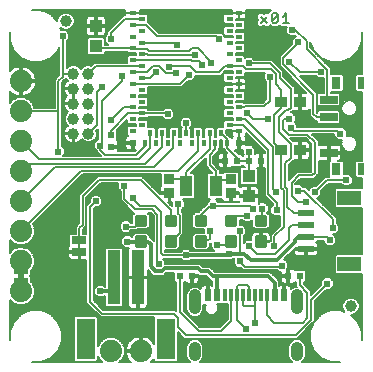
<source format=gtl>
G75*
%MOIN*%
%OFA0B0*%
%FSLAX25Y25*%
%IPPOS*%
%LPD*%
%AMOC8*
5,1,8,0,0,1.08239X$1,22.5*
%
%ADD10C,0.00800*%
%ADD11C,0.01181*%
%ADD12C,0.03937*%
%ADD13R,0.03937X0.07087*%
%ADD14R,0.03543X0.03346*%
%ADD15R,0.02362X0.01575*%
%ADD16R,0.02362X0.02362*%
%ADD17R,0.01575X0.02362*%
%ADD18R,0.03937X0.04331*%
%ADD19R,0.03937X0.03543*%
%ADD20R,0.07874X0.04724*%
%ADD21R,0.05315X0.02362*%
%ADD22R,0.03937X0.18110*%
%ADD23R,0.06299X0.13386*%
%ADD24C,0.07400*%
%ADD25R,0.05000X0.02500*%
%ADD26R,0.01000X0.01600*%
%ADD27R,0.05906X0.02756*%
%ADD28R,0.02362X0.03937*%
%ADD29R,0.03150X0.03937*%
%ADD30R,0.02200X0.01600*%
%ADD31R,0.01181X0.03937*%
%ADD32C,0.03937*%
%ADD33C,0.00600*%
%ADD34C,0.02400*%
%ADD35C,0.01200*%
D10*
X0236464Y0189400D02*
X0238599Y0191535D01*
X0240147Y0192069D02*
X0240681Y0192603D01*
X0241748Y0192603D01*
X0242282Y0192069D01*
X0240147Y0189934D01*
X0240681Y0189400D01*
X0241748Y0189400D01*
X0242282Y0189934D01*
X0242282Y0192069D01*
X0243830Y0191535D02*
X0244898Y0192603D01*
X0244898Y0189400D01*
X0245965Y0189400D02*
X0243830Y0189400D01*
X0240147Y0189934D02*
X0240147Y0192069D01*
X0238599Y0189400D02*
X0236464Y0191535D01*
D11*
X0235210Y0124831D02*
X0237966Y0124831D01*
X0237966Y0122075D01*
X0235210Y0122075D01*
X0235210Y0124831D01*
X0235210Y0123197D02*
X0237966Y0123197D01*
X0237966Y0124319D02*
X0235210Y0124319D01*
X0227966Y0124831D02*
X0225210Y0124831D01*
X0227966Y0124831D02*
X0227966Y0122075D01*
X0225210Y0122075D01*
X0225210Y0124831D01*
X0225210Y0123197D02*
X0227966Y0123197D01*
X0227966Y0124319D02*
X0225210Y0124319D01*
X0217966Y0122075D02*
X0215210Y0122075D01*
X0215210Y0124831D01*
X0217966Y0124831D01*
X0217966Y0122075D01*
X0217966Y0123197D02*
X0215210Y0123197D01*
X0215210Y0124319D02*
X0217966Y0124319D01*
X0207966Y0122075D02*
X0205210Y0122075D01*
X0205210Y0124831D01*
X0207966Y0124831D01*
X0207966Y0122075D01*
X0207966Y0123197D02*
X0205210Y0123197D01*
X0205210Y0124319D02*
X0207966Y0124319D01*
X0197966Y0122075D02*
X0195210Y0122075D01*
X0195210Y0124831D01*
X0197966Y0124831D01*
X0197966Y0122075D01*
X0197966Y0123197D02*
X0195210Y0123197D01*
X0195210Y0124319D02*
X0197966Y0124319D01*
X0197966Y0115169D02*
X0195210Y0115169D01*
X0195210Y0117925D01*
X0197966Y0117925D01*
X0197966Y0115169D01*
X0197966Y0116291D02*
X0195210Y0116291D01*
X0195210Y0117413D02*
X0197966Y0117413D01*
X0205210Y0115169D02*
X0207966Y0115169D01*
X0205210Y0115169D02*
X0205210Y0117925D01*
X0207966Y0117925D01*
X0207966Y0115169D01*
X0207966Y0116291D02*
X0205210Y0116291D01*
X0205210Y0117413D02*
X0207966Y0117413D01*
X0215210Y0115169D02*
X0217966Y0115169D01*
X0215210Y0115169D02*
X0215210Y0117925D01*
X0217966Y0117925D01*
X0217966Y0115169D01*
X0217966Y0116291D02*
X0215210Y0116291D01*
X0215210Y0117413D02*
X0217966Y0117413D01*
X0225210Y0117925D02*
X0227966Y0117925D01*
X0227966Y0115169D01*
X0225210Y0115169D01*
X0225210Y0117925D01*
X0225210Y0116291D02*
X0227966Y0116291D01*
X0227966Y0117413D02*
X0225210Y0117413D01*
X0235210Y0117925D02*
X0237966Y0117925D01*
X0237966Y0115169D01*
X0235210Y0115169D01*
X0235210Y0117925D01*
X0235210Y0116291D02*
X0237966Y0116291D01*
X0237966Y0117413D02*
X0235210Y0117413D01*
D12*
X0266588Y0095000D03*
X0179088Y0152500D03*
X0174088Y0152500D03*
X0174088Y0157500D03*
X0179088Y0157500D03*
X0179088Y0162500D03*
X0174088Y0162500D03*
X0174088Y0167500D03*
X0179088Y0167500D03*
X0179088Y0172500D03*
X0174088Y0172500D03*
X0171588Y0190000D03*
D13*
X0211667Y0135000D03*
X0221510Y0135000D03*
D14*
X0226588Y0132717D03*
X0226588Y0137283D03*
X0206088Y0137283D03*
X0206088Y0132717D03*
D15*
X0193872Y0153346D03*
X0197021Y0155315D03*
X0193872Y0157283D03*
X0197021Y0159252D03*
X0193872Y0161220D03*
X0197021Y0163189D03*
X0193872Y0165157D03*
X0197021Y0167126D03*
X0193872Y0169094D03*
X0197021Y0171063D03*
X0193872Y0173031D03*
X0197021Y0175000D03*
X0193872Y0176969D03*
X0197021Y0178937D03*
X0193872Y0180906D03*
X0197021Y0182874D03*
X0193872Y0184843D03*
X0197021Y0186811D03*
X0193872Y0188780D03*
X0197021Y0190748D03*
X0193872Y0192717D03*
X0226155Y0190748D03*
X0229305Y0188780D03*
X0226155Y0186811D03*
X0229305Y0184843D03*
X0226155Y0182874D03*
X0229305Y0180906D03*
X0226155Y0178937D03*
X0229305Y0176969D03*
X0226155Y0175000D03*
X0229305Y0173031D03*
X0226155Y0171063D03*
X0229305Y0169094D03*
X0226155Y0167126D03*
X0229305Y0165157D03*
X0226155Y0163189D03*
X0229305Y0161220D03*
X0226155Y0159252D03*
X0229305Y0157283D03*
X0226155Y0155315D03*
X0229305Y0153346D03*
X0229305Y0192717D03*
D16*
X0186588Y0151969D03*
X0186588Y0148031D03*
X0193872Y0149409D03*
X0224620Y0143500D03*
X0228557Y0143500D03*
X0232620Y0143500D03*
X0236557Y0143500D03*
X0229305Y0149409D03*
X0213557Y0105000D03*
X0209620Y0105000D03*
X0245620Y0105000D03*
X0249557Y0105000D03*
D17*
X0225368Y0149409D03*
X0223399Y0152559D03*
X0221431Y0149409D03*
X0219462Y0152559D03*
X0217494Y0149409D03*
X0215525Y0152559D03*
X0213557Y0149409D03*
X0211588Y0152559D03*
X0209620Y0149409D03*
X0207651Y0152559D03*
X0205683Y0149409D03*
X0203714Y0152559D03*
X0201746Y0149409D03*
X0199777Y0152559D03*
X0197809Y0149409D03*
D18*
X0232588Y0138346D03*
X0232588Y0131654D03*
X0181588Y0181654D03*
X0181588Y0188346D03*
D19*
X0243439Y0163071D03*
X0249738Y0163071D03*
X0249738Y0146929D03*
X0243439Y0146929D03*
D20*
X0266057Y0131024D03*
X0266057Y0108976D03*
D21*
X0251588Y0114094D03*
X0251588Y0118031D03*
X0251588Y0121969D03*
X0251588Y0125906D03*
D22*
X0195525Y0104567D03*
X0187651Y0104567D03*
D23*
X0178203Y0084094D03*
X0204974Y0084094D03*
D24*
X0196588Y0080000D03*
X0186588Y0080000D03*
X0156588Y0100000D03*
X0156588Y0110000D03*
X0156588Y0120000D03*
X0156588Y0130000D03*
X0156588Y0140000D03*
X0156588Y0150000D03*
X0156588Y0160000D03*
X0156588Y0170000D03*
D25*
X0176088Y0117000D03*
X0176088Y0113000D03*
X0156588Y0107000D03*
X0156588Y0103000D03*
D26*
X0176088Y0115000D03*
D27*
X0259199Y0146142D03*
X0259199Y0157953D03*
X0259199Y0163858D03*
D28*
X0270025Y0169370D03*
X0270025Y0140630D03*
X0244285Y0098661D03*
X0241234Y0098661D03*
X0221943Y0098661D03*
X0218892Y0098661D03*
D29*
X0261758Y0140630D03*
X0261758Y0169370D03*
D30*
X0156588Y0105000D03*
D31*
X0224699Y0098661D03*
X0226667Y0098661D03*
X0228636Y0098661D03*
X0230604Y0098661D03*
X0232573Y0098661D03*
X0234541Y0098661D03*
X0236510Y0098661D03*
X0238478Y0098661D03*
D32*
X0248596Y0098564D02*
X0248596Y0098564D01*
X0248596Y0094232D01*
X0248596Y0094232D01*
X0248596Y0098564D01*
X0248596Y0097972D02*
X0248596Y0097972D01*
X0214581Y0098564D02*
X0214581Y0098564D01*
X0214581Y0094232D01*
X0214581Y0094232D01*
X0214581Y0098564D01*
X0214581Y0097972D02*
X0214581Y0097972D01*
X0214581Y0081122D02*
X0214581Y0081122D01*
X0214581Y0078760D01*
X0214581Y0078760D01*
X0214581Y0081122D01*
X0248596Y0081122D02*
X0248596Y0081122D01*
X0248596Y0078760D01*
X0248596Y0078760D01*
X0248596Y0081122D01*
D33*
X0163299Y0076400D02*
X0160317Y0076400D01*
X0161588Y0076300D01*
X0183783Y0076300D01*
X0182689Y0077394D01*
X0182252Y0077394D01*
X0182252Y0077029D02*
X0182252Y0078448D01*
X0182689Y0077394D01*
X0182252Y0077029D02*
X0181725Y0076502D01*
X0174680Y0076502D01*
X0174153Y0077029D01*
X0174153Y0091160D01*
X0174680Y0091687D01*
X0181725Y0091687D01*
X0182252Y0091160D01*
X0182252Y0081552D01*
X0182689Y0082606D01*
X0183983Y0083900D01*
X0185673Y0084600D01*
X0187503Y0084600D01*
X0189194Y0083900D01*
X0190488Y0082606D01*
X0191188Y0080915D01*
X0191188Y0079085D01*
X0190488Y0077394D01*
X0192305Y0077394D01*
X0192312Y0077379D02*
X0192775Y0076743D01*
X0193217Y0076300D01*
X0189394Y0076300D01*
X0190488Y0077394D01*
X0190736Y0077993D02*
X0192000Y0077993D01*
X0191955Y0078081D02*
X0192312Y0077379D01*
X0192736Y0076796D02*
X0189889Y0076796D01*
X0190984Y0078591D02*
X0191789Y0078591D01*
X0191712Y0078829D02*
X0191955Y0078081D01*
X0191712Y0078829D02*
X0191588Y0079606D01*
X0191588Y0079700D01*
X0196288Y0079700D01*
X0196288Y0080300D01*
X0191588Y0080300D01*
X0191588Y0080394D01*
X0191712Y0081171D01*
X0191955Y0081919D01*
X0192312Y0082621D01*
X0192775Y0083257D01*
X0193331Y0083814D01*
X0193968Y0084276D01*
X0194669Y0084634D01*
X0195418Y0084877D01*
X0196195Y0085000D01*
X0196288Y0085000D01*
X0196288Y0080300D01*
X0196888Y0080300D01*
X0196888Y0085000D01*
X0196982Y0085000D01*
X0197759Y0084877D01*
X0198508Y0084634D01*
X0199209Y0084276D01*
X0199846Y0083814D01*
X0200402Y0083257D01*
X0200865Y0082621D01*
X0200925Y0082503D01*
X0200925Y0091160D01*
X0201064Y0091300D01*
X0183121Y0091300D01*
X0179091Y0095330D01*
X0178388Y0096033D01*
X0178388Y0110450D01*
X0176388Y0110450D01*
X0176388Y0112700D01*
X0175788Y0112700D01*
X0172288Y0112700D01*
X0172288Y0111579D01*
X0172377Y0111248D01*
X0172548Y0110952D01*
X0172790Y0110710D01*
X0173087Y0110539D01*
X0173417Y0110450D01*
X0175788Y0110450D01*
X0175788Y0112700D01*
X0175788Y0113300D01*
X0172288Y0113300D01*
X0172288Y0114421D01*
X0172377Y0114752D01*
X0172548Y0115048D01*
X0172783Y0115283D01*
X0172688Y0115377D01*
X0172688Y0118623D01*
X0173216Y0119150D01*
X0174888Y0119150D01*
X0174888Y0121527D01*
X0175591Y0122230D01*
X0175591Y0122230D01*
X0175988Y0122627D01*
X0175988Y0132097D01*
X0176691Y0132800D01*
X0182191Y0138300D01*
X0196985Y0138300D01*
X0197688Y0137597D01*
X0203017Y0132269D01*
X0203017Y0132417D01*
X0205788Y0132417D01*
X0205788Y0133016D01*
X0203017Y0133016D01*
X0203017Y0134561D01*
X0203105Y0134892D01*
X0203277Y0135188D01*
X0203417Y0135328D01*
X0203417Y0138900D01*
X0177185Y0138900D01*
X0160606Y0122321D01*
X0161188Y0120915D01*
X0161188Y0119085D01*
X0160488Y0117394D01*
X0159194Y0116100D01*
X0157503Y0115400D01*
X0155673Y0115400D01*
X0153983Y0116100D01*
X0152888Y0117195D01*
X0152888Y0112805D01*
X0153983Y0113900D01*
X0155673Y0114600D01*
X0157503Y0114600D01*
X0159194Y0113900D01*
X0160488Y0112606D01*
X0161188Y0110915D01*
X0161188Y0109085D01*
X0160488Y0107394D01*
X0159988Y0106895D01*
X0159988Y0105377D01*
X0159611Y0105000D01*
X0159988Y0104623D01*
X0159988Y0103105D01*
X0160488Y0102606D01*
X0161188Y0100915D01*
X0161188Y0099085D01*
X0160488Y0097394D01*
X0159194Y0096100D01*
X0157503Y0095400D01*
X0155673Y0095400D01*
X0153983Y0096100D01*
X0152888Y0097195D01*
X0152888Y0085000D01*
X0152988Y0083729D01*
X0152988Y0086711D01*
X0154298Y0089871D01*
X0154298Y0089872D01*
X0156717Y0092291D01*
X0156717Y0092291D01*
X0159878Y0093600D01*
X0163299Y0093600D01*
X0166460Y0092291D01*
X0166460Y0092291D01*
X0168879Y0089872D01*
X0168879Y0089871D01*
X0170188Y0086711D01*
X0170188Y0083289D01*
X0168879Y0080128D01*
X0168879Y0080128D01*
X0166460Y0077709D01*
X0166460Y0077709D01*
X0163299Y0076400D01*
X0164254Y0076796D02*
X0174386Y0076796D01*
X0174153Y0077394D02*
X0165699Y0077394D01*
X0166743Y0077993D02*
X0174153Y0077993D01*
X0174153Y0078591D02*
X0167342Y0078591D01*
X0167940Y0079190D02*
X0174153Y0079190D01*
X0174153Y0079788D02*
X0168539Y0079788D01*
X0168986Y0080387D02*
X0174153Y0080387D01*
X0174153Y0080985D02*
X0169234Y0080985D01*
X0169482Y0081584D02*
X0174153Y0081584D01*
X0174153Y0082182D02*
X0169730Y0082182D01*
X0169978Y0082781D02*
X0174153Y0082781D01*
X0174153Y0083379D02*
X0170188Y0083379D01*
X0170188Y0083978D02*
X0174153Y0083978D01*
X0174153Y0084576D02*
X0170188Y0084576D01*
X0170188Y0085175D02*
X0174153Y0085175D01*
X0174153Y0085773D02*
X0170188Y0085773D01*
X0170188Y0086372D02*
X0174153Y0086372D01*
X0174153Y0086970D02*
X0170081Y0086970D01*
X0169833Y0087569D02*
X0174153Y0087569D01*
X0174153Y0088167D02*
X0169585Y0088167D01*
X0169337Y0088766D02*
X0174153Y0088766D01*
X0174153Y0089364D02*
X0169089Y0089364D01*
X0168788Y0089963D02*
X0174153Y0089963D01*
X0174153Y0090561D02*
X0168189Y0090561D01*
X0167591Y0091160D02*
X0174153Y0091160D01*
X0179072Y0095349D02*
X0152888Y0095349D01*
X0152888Y0094751D02*
X0179671Y0094751D01*
X0180269Y0094152D02*
X0152888Y0094152D01*
X0152888Y0093554D02*
X0159766Y0093554D01*
X0158321Y0092955D02*
X0152888Y0092955D01*
X0152888Y0092357D02*
X0156877Y0092357D01*
X0156184Y0091758D02*
X0152888Y0091758D01*
X0152888Y0091160D02*
X0155586Y0091160D01*
X0154987Y0090561D02*
X0152888Y0090561D01*
X0152888Y0089963D02*
X0154389Y0089963D01*
X0154088Y0089364D02*
X0152888Y0089364D01*
X0152888Y0088766D02*
X0153840Y0088766D01*
X0153592Y0088167D02*
X0152888Y0088167D01*
X0152888Y0087569D02*
X0153344Y0087569D01*
X0153096Y0086970D02*
X0152888Y0086970D01*
X0152888Y0086372D02*
X0152988Y0086372D01*
X0152988Y0085773D02*
X0152888Y0085773D01*
X0152888Y0085175D02*
X0152988Y0085175D01*
X0152988Y0084576D02*
X0152922Y0084576D01*
X0152969Y0083978D02*
X0152988Y0083978D01*
X0163410Y0093554D02*
X0180868Y0093554D01*
X0181466Y0092955D02*
X0164855Y0092955D01*
X0166300Y0092357D02*
X0182065Y0092357D01*
X0182663Y0091758D02*
X0166992Y0091758D01*
X0160239Y0097145D02*
X0178388Y0097145D01*
X0178388Y0097743D02*
X0160633Y0097743D01*
X0160881Y0098342D02*
X0178388Y0098342D01*
X0178388Y0098940D02*
X0161129Y0098940D01*
X0161188Y0099539D02*
X0178388Y0099539D01*
X0178388Y0100137D02*
X0161188Y0100137D01*
X0161188Y0100736D02*
X0178388Y0100736D01*
X0178388Y0101334D02*
X0161015Y0101334D01*
X0160767Y0101933D02*
X0178388Y0101933D01*
X0178388Y0102532D02*
X0160519Y0102532D01*
X0159988Y0103130D02*
X0178388Y0103130D01*
X0178388Y0103729D02*
X0159988Y0103729D01*
X0159988Y0104327D02*
X0178388Y0104327D01*
X0178388Y0104926D02*
X0159686Y0104926D01*
X0159988Y0105524D02*
X0178388Y0105524D01*
X0178388Y0106123D02*
X0159988Y0106123D01*
X0159988Y0106721D02*
X0178388Y0106721D01*
X0178388Y0107320D02*
X0160413Y0107320D01*
X0160705Y0107918D02*
X0178388Y0107918D01*
X0178388Y0108517D02*
X0160953Y0108517D01*
X0161188Y0109115D02*
X0178388Y0109115D01*
X0178388Y0109714D02*
X0161188Y0109714D01*
X0161188Y0110312D02*
X0178388Y0110312D01*
X0176388Y0110911D02*
X0175788Y0110911D01*
X0175788Y0111509D02*
X0176388Y0111509D01*
X0176388Y0112108D02*
X0175788Y0112108D01*
X0175788Y0112706D02*
X0160388Y0112706D01*
X0160694Y0112108D02*
X0172288Y0112108D01*
X0172307Y0111509D02*
X0160942Y0111509D01*
X0161188Y0110911D02*
X0172589Y0110911D01*
X0172288Y0113305D02*
X0159789Y0113305D01*
X0159186Y0113903D02*
X0172288Y0113903D01*
X0172310Y0114502D02*
X0157741Y0114502D01*
X0158225Y0115699D02*
X0172688Y0115699D01*
X0172688Y0116297D02*
X0159391Y0116297D01*
X0159990Y0116896D02*
X0172688Y0116896D01*
X0172688Y0117494D02*
X0160530Y0117494D01*
X0160777Y0118093D02*
X0172688Y0118093D01*
X0172757Y0118691D02*
X0161025Y0118691D01*
X0161188Y0119290D02*
X0174888Y0119290D01*
X0174888Y0119888D02*
X0161188Y0119888D01*
X0161188Y0120487D02*
X0174888Y0120487D01*
X0174888Y0121085D02*
X0161118Y0121085D01*
X0160870Y0121684D02*
X0175045Y0121684D01*
X0175644Y0122282D02*
X0160622Y0122282D01*
X0161166Y0122881D02*
X0175988Y0122881D01*
X0175988Y0123479D02*
X0161765Y0123479D01*
X0162363Y0124078D02*
X0175988Y0124078D01*
X0175988Y0124676D02*
X0162962Y0124676D01*
X0163560Y0125275D02*
X0175988Y0125275D01*
X0175988Y0125873D02*
X0164159Y0125873D01*
X0164757Y0126472D02*
X0175988Y0126472D01*
X0175988Y0127070D02*
X0165356Y0127070D01*
X0165954Y0127669D02*
X0175988Y0127669D01*
X0175988Y0128268D02*
X0166553Y0128268D01*
X0167151Y0128866D02*
X0175988Y0128866D01*
X0175988Y0129465D02*
X0167750Y0129465D01*
X0168348Y0130063D02*
X0175988Y0130063D01*
X0175988Y0130662D02*
X0168947Y0130662D01*
X0169546Y0131260D02*
X0175988Y0131260D01*
X0175988Y0131859D02*
X0170144Y0131859D01*
X0170743Y0132457D02*
X0176348Y0132457D01*
X0176947Y0133056D02*
X0171341Y0133056D01*
X0171940Y0133654D02*
X0177545Y0133654D01*
X0178144Y0134253D02*
X0172538Y0134253D01*
X0173137Y0134851D02*
X0178742Y0134851D01*
X0179341Y0135450D02*
X0173735Y0135450D01*
X0174334Y0136048D02*
X0179940Y0136048D01*
X0180538Y0136647D02*
X0174932Y0136647D01*
X0175531Y0137245D02*
X0181137Y0137245D01*
X0181735Y0137844D02*
X0176129Y0137844D01*
X0176728Y0138442D02*
X0203417Y0138442D01*
X0203417Y0137844D02*
X0197442Y0137844D01*
X0198040Y0137245D02*
X0203417Y0137245D01*
X0203417Y0136647D02*
X0198639Y0136647D01*
X0199237Y0136048D02*
X0203417Y0136048D01*
X0203417Y0135450D02*
X0199836Y0135450D01*
X0200434Y0134851D02*
X0203095Y0134851D01*
X0203017Y0134253D02*
X0201033Y0134253D01*
X0201631Y0133654D02*
X0203017Y0133654D01*
X0203017Y0133056D02*
X0202230Y0133056D01*
X0202828Y0132457D02*
X0205788Y0132457D01*
X0205788Y0132416D02*
X0206388Y0132416D01*
X0206388Y0129743D01*
X0206988Y0129743D01*
X0206988Y0128297D01*
X0205542Y0129743D01*
X0205788Y0129743D01*
X0205788Y0132416D01*
X0205788Y0131859D02*
X0206388Y0131859D01*
X0206388Y0131260D02*
X0205788Y0131260D01*
X0205788Y0130662D02*
X0206388Y0130662D01*
X0206388Y0130063D02*
X0205788Y0130063D01*
X0205821Y0129465D02*
X0206988Y0129465D01*
X0206988Y0128866D02*
X0206419Y0128866D01*
X0206588Y0127000D02*
X0196488Y0137100D01*
X0182688Y0137100D01*
X0177188Y0131600D01*
X0177188Y0122130D01*
X0176088Y0121030D01*
X0176088Y0117000D01*
X0177288Y0119150D02*
X0177288Y0120533D01*
X0177685Y0120930D01*
X0177685Y0120930D01*
X0178388Y0121633D01*
X0178388Y0131103D01*
X0183185Y0135900D01*
X0189019Y0135900D01*
X0188988Y0135870D01*
X0188988Y0134130D01*
X0189888Y0133230D01*
X0189888Y0130306D01*
X0190591Y0129603D01*
X0194094Y0126100D01*
X0194372Y0126100D01*
X0193720Y0125448D01*
X0193720Y0122715D01*
X0193373Y0122715D01*
X0192473Y0123615D01*
X0190734Y0123615D01*
X0189503Y0122385D01*
X0189503Y0120645D01*
X0190734Y0119415D01*
X0192473Y0119415D01*
X0193373Y0120315D01*
X0195148Y0120315D01*
X0195417Y0120584D01*
X0198584Y0120584D01*
X0199457Y0121457D01*
X0199457Y0125448D01*
X0198805Y0126100D01*
X0199791Y0126100D01*
X0200888Y0125003D01*
X0200888Y0116821D01*
X0200541Y0117169D01*
X0199662Y0118047D01*
X0199457Y0118047D01*
X0199457Y0118543D01*
X0198584Y0119416D01*
X0194593Y0119416D01*
X0193720Y0118543D01*
X0193720Y0118000D01*
X0193558Y0118000D01*
X0192958Y0118600D01*
X0191219Y0118600D01*
X0189988Y0117370D01*
X0189988Y0115630D01*
X0191219Y0114400D01*
X0192505Y0114400D01*
X0192346Y0114124D01*
X0192257Y0113793D01*
X0192257Y0104867D01*
X0195225Y0104867D01*
X0195225Y0104267D01*
X0192257Y0104267D01*
X0192257Y0095341D01*
X0192346Y0095010D01*
X0192517Y0094714D01*
X0192759Y0094472D01*
X0193055Y0094300D01*
X0193386Y0094212D01*
X0195225Y0094212D01*
X0195225Y0104267D01*
X0195825Y0104267D01*
X0195825Y0094212D01*
X0197665Y0094212D01*
X0197996Y0094300D01*
X0198292Y0094472D01*
X0198534Y0094714D01*
X0198705Y0095010D01*
X0198794Y0095341D01*
X0198794Y0104267D01*
X0195825Y0104267D01*
X0195825Y0104867D01*
X0198794Y0104867D01*
X0198794Y0107173D01*
X0199217Y0106750D01*
X0199217Y0106750D01*
X0200767Y0105200D01*
X0204204Y0105200D01*
X0205083Y0106079D01*
X0205085Y0106081D01*
X0207539Y0106081D01*
X0207539Y0103446D01*
X0208066Y0102919D01*
X0208420Y0102919D01*
X0208420Y0093461D01*
X0208181Y0093700D01*
X0184116Y0093700D01*
X0180788Y0097027D01*
X0180788Y0127503D01*
X0181185Y0127900D01*
X0182458Y0127900D01*
X0183688Y0129130D01*
X0183688Y0130870D01*
X0182458Y0132100D01*
X0180719Y0132100D01*
X0179488Y0130870D01*
X0179488Y0129597D01*
X0179091Y0129200D01*
X0178388Y0128497D01*
X0178388Y0119150D01*
X0177288Y0119150D01*
X0177288Y0119290D02*
X0178388Y0119290D01*
X0178388Y0119888D02*
X0177288Y0119888D01*
X0177288Y0120487D02*
X0178388Y0120487D01*
X0178388Y0121085D02*
X0177841Y0121085D01*
X0178388Y0121684D02*
X0178388Y0121684D01*
X0178388Y0122282D02*
X0178388Y0122282D01*
X0178388Y0122881D02*
X0178388Y0122881D01*
X0178388Y0123479D02*
X0178388Y0123479D01*
X0178388Y0124078D02*
X0178388Y0124078D01*
X0178388Y0124676D02*
X0178388Y0124676D01*
X0178388Y0125275D02*
X0178388Y0125275D01*
X0178388Y0125873D02*
X0178388Y0125873D01*
X0178388Y0126472D02*
X0178388Y0126472D01*
X0178388Y0127070D02*
X0178388Y0127070D01*
X0178388Y0127669D02*
X0178388Y0127669D01*
X0178388Y0128268D02*
X0178388Y0128268D01*
X0178388Y0128866D02*
X0178757Y0128866D01*
X0178388Y0129465D02*
X0179356Y0129465D01*
X0179488Y0130063D02*
X0178388Y0130063D01*
X0178388Y0130662D02*
X0179488Y0130662D01*
X0179879Y0131260D02*
X0178546Y0131260D01*
X0179144Y0131859D02*
X0180477Y0131859D01*
X0179743Y0132457D02*
X0189888Y0132457D01*
X0189888Y0131859D02*
X0182700Y0131859D01*
X0183298Y0131260D02*
X0189888Y0131260D01*
X0189888Y0130662D02*
X0183688Y0130662D01*
X0183688Y0130063D02*
X0190131Y0130063D01*
X0190730Y0129465D02*
X0183688Y0129465D01*
X0183424Y0128866D02*
X0191328Y0128866D01*
X0191927Y0128268D02*
X0182826Y0128268D01*
X0180954Y0127669D02*
X0192525Y0127669D01*
X0193124Y0127070D02*
X0180788Y0127070D01*
X0180788Y0126472D02*
X0193722Y0126472D01*
X0194145Y0125873D02*
X0180788Y0125873D01*
X0180788Y0125275D02*
X0193720Y0125275D01*
X0193720Y0124676D02*
X0180788Y0124676D01*
X0180788Y0124078D02*
X0193720Y0124078D01*
X0193720Y0123479D02*
X0192609Y0123479D01*
X0193207Y0122881D02*
X0193720Y0122881D01*
X0194651Y0121515D02*
X0191603Y0121515D01*
X0189503Y0121684D02*
X0180788Y0121684D01*
X0180788Y0122282D02*
X0189503Y0122282D01*
X0189999Y0122881D02*
X0180788Y0122881D01*
X0180788Y0123479D02*
X0190598Y0123479D01*
X0194651Y0121515D02*
X0196588Y0123453D01*
X0199457Y0123479D02*
X0200888Y0123479D01*
X0200888Y0122881D02*
X0199457Y0122881D01*
X0199457Y0122282D02*
X0200888Y0122282D01*
X0200888Y0121684D02*
X0199457Y0121684D01*
X0199085Y0121085D02*
X0200888Y0121085D01*
X0200888Y0120487D02*
X0195320Y0120487D01*
X0194467Y0119290D02*
X0180788Y0119290D01*
X0180788Y0119888D02*
X0190260Y0119888D01*
X0189662Y0120487D02*
X0180788Y0120487D01*
X0180788Y0121085D02*
X0189503Y0121085D01*
X0190711Y0118093D02*
X0180788Y0118093D01*
X0180788Y0118691D02*
X0193869Y0118691D01*
X0193720Y0118093D02*
X0193465Y0118093D01*
X0192947Y0119888D02*
X0200888Y0119888D01*
X0200888Y0119290D02*
X0198710Y0119290D01*
X0199308Y0118691D02*
X0200888Y0118691D01*
X0200888Y0118093D02*
X0199457Y0118093D01*
X0200215Y0117494D02*
X0200888Y0117494D01*
X0200888Y0116896D02*
X0200814Y0116896D01*
X0196588Y0116547D02*
X0196541Y0116500D01*
X0192286Y0113903D02*
X0190520Y0113903D01*
X0190520Y0113995D02*
X0189993Y0114522D01*
X0185310Y0114522D01*
X0184783Y0113995D01*
X0184783Y0101500D01*
X0184558Y0101500D01*
X0183958Y0102100D01*
X0182219Y0102100D01*
X0180988Y0100870D01*
X0180988Y0099130D01*
X0182219Y0097900D01*
X0183958Y0097900D01*
X0184558Y0098500D01*
X0184783Y0098500D01*
X0184783Y0095139D01*
X0185310Y0094612D01*
X0189993Y0094612D01*
X0190520Y0095139D01*
X0190520Y0113995D01*
X0190520Y0113305D02*
X0192257Y0113305D01*
X0192257Y0112706D02*
X0190520Y0112706D01*
X0190520Y0112108D02*
X0192257Y0112108D01*
X0192257Y0111509D02*
X0190520Y0111509D01*
X0190520Y0110911D02*
X0192257Y0110911D01*
X0192257Y0110312D02*
X0190520Y0110312D01*
X0190520Y0109714D02*
X0192257Y0109714D01*
X0192257Y0109115D02*
X0190520Y0109115D01*
X0190520Y0108517D02*
X0192257Y0108517D01*
X0192257Y0107918D02*
X0190520Y0107918D01*
X0190520Y0107320D02*
X0192257Y0107320D01*
X0192257Y0106721D02*
X0190520Y0106721D01*
X0190520Y0106123D02*
X0192257Y0106123D01*
X0192257Y0105524D02*
X0190520Y0105524D01*
X0190520Y0104926D02*
X0192257Y0104926D01*
X0192257Y0103729D02*
X0190520Y0103729D01*
X0190520Y0104327D02*
X0195225Y0104327D01*
X0195225Y0103729D02*
X0195825Y0103729D01*
X0195825Y0104327D02*
X0207539Y0104327D01*
X0207539Y0103729D02*
X0198794Y0103729D01*
X0198794Y0103130D02*
X0207855Y0103130D01*
X0208420Y0102532D02*
X0198794Y0102532D01*
X0198794Y0101933D02*
X0208420Y0101933D01*
X0208420Y0101334D02*
X0198794Y0101334D01*
X0198794Y0100736D02*
X0208420Y0100736D01*
X0208420Y0100137D02*
X0198794Y0100137D01*
X0198794Y0099539D02*
X0208420Y0099539D01*
X0208420Y0098940D02*
X0198794Y0098940D01*
X0198794Y0098342D02*
X0208420Y0098342D01*
X0208420Y0097743D02*
X0198794Y0097743D01*
X0198794Y0097145D02*
X0208420Y0097145D01*
X0208420Y0096546D02*
X0198794Y0096546D01*
X0198794Y0095948D02*
X0208420Y0095948D01*
X0208420Y0095349D02*
X0198794Y0095349D01*
X0198556Y0094751D02*
X0208420Y0094751D01*
X0208420Y0094152D02*
X0183663Y0094152D01*
X0183065Y0094751D02*
X0185171Y0094751D01*
X0184783Y0095349D02*
X0182466Y0095349D01*
X0181868Y0095948D02*
X0184783Y0095948D01*
X0184783Y0096546D02*
X0181269Y0096546D01*
X0180788Y0097145D02*
X0184783Y0097145D01*
X0184783Y0097743D02*
X0180788Y0097743D01*
X0180788Y0098342D02*
X0181777Y0098342D01*
X0181178Y0098940D02*
X0180788Y0098940D01*
X0180788Y0099539D02*
X0180988Y0099539D01*
X0180988Y0100137D02*
X0180788Y0100137D01*
X0180788Y0100736D02*
X0180988Y0100736D01*
X0180788Y0101334D02*
X0181453Y0101334D01*
X0182052Y0101933D02*
X0180788Y0101933D01*
X0180788Y0102532D02*
X0184783Y0102532D01*
X0184783Y0103130D02*
X0180788Y0103130D01*
X0180788Y0103729D02*
X0184783Y0103729D01*
X0184783Y0104327D02*
X0180788Y0104327D01*
X0180788Y0104926D02*
X0184783Y0104926D01*
X0184783Y0105524D02*
X0180788Y0105524D01*
X0180788Y0106123D02*
X0184783Y0106123D01*
X0184783Y0106721D02*
X0180788Y0106721D01*
X0180788Y0107320D02*
X0184783Y0107320D01*
X0184783Y0107918D02*
X0180788Y0107918D01*
X0180788Y0108517D02*
X0184783Y0108517D01*
X0184783Y0109115D02*
X0180788Y0109115D01*
X0180788Y0109714D02*
X0184783Y0109714D01*
X0184783Y0110312D02*
X0180788Y0110312D01*
X0180788Y0110911D02*
X0184783Y0110911D01*
X0184783Y0111509D02*
X0180788Y0111509D01*
X0180788Y0112108D02*
X0184783Y0112108D01*
X0184783Y0112706D02*
X0180788Y0112706D01*
X0180788Y0113305D02*
X0184783Y0113305D01*
X0184783Y0113903D02*
X0180788Y0113903D01*
X0180788Y0114502D02*
X0185290Y0114502D01*
X0180788Y0115100D02*
X0190518Y0115100D01*
X0190013Y0114502D02*
X0191117Y0114502D01*
X0189988Y0115699D02*
X0180788Y0115699D01*
X0180788Y0116297D02*
X0189988Y0116297D01*
X0189988Y0116896D02*
X0180788Y0116896D01*
X0180788Y0117494D02*
X0190113Y0117494D01*
X0199457Y0124078D02*
X0200888Y0124078D01*
X0200888Y0124676D02*
X0199457Y0124676D01*
X0199457Y0125275D02*
X0200616Y0125275D01*
X0200018Y0125873D02*
X0199032Y0125873D01*
X0200288Y0127300D02*
X0202088Y0125500D01*
X0202088Y0109600D01*
X0202588Y0109100D01*
X0204688Y0109115D02*
X0227465Y0109115D01*
X0227465Y0109030D02*
X0228695Y0107800D01*
X0229894Y0107800D01*
X0230694Y0107000D01*
X0242119Y0107000D01*
X0242719Y0106400D01*
X0243152Y0106400D01*
X0243139Y0106352D01*
X0243139Y0105291D01*
X0245329Y0105291D01*
X0245329Y0107271D01*
X0245688Y0107630D01*
X0245688Y0109370D01*
X0244458Y0110600D01*
X0244340Y0110600D01*
X0248125Y0114385D01*
X0251298Y0114385D01*
X0251298Y0113804D01*
X0251879Y0113804D01*
X0251879Y0114385D01*
X0255546Y0114385D01*
X0255546Y0115447D01*
X0255457Y0115777D01*
X0255286Y0116074D01*
X0255044Y0116316D01*
X0255006Y0116338D01*
X0255146Y0116478D01*
X0255146Y0116831D01*
X0257488Y0116831D01*
X0257488Y0116130D01*
X0258719Y0114900D01*
X0260458Y0114900D01*
X0261688Y0116130D01*
X0261688Y0117870D01*
X0260658Y0118900D01*
X0261458Y0118900D01*
X0262688Y0120130D01*
X0262688Y0121870D01*
X0261788Y0122770D01*
X0261788Y0124497D01*
X0255370Y0130915D01*
X0255473Y0130915D01*
X0256703Y0132145D01*
X0256703Y0133418D01*
X0259085Y0135800D01*
X0263319Y0135800D01*
X0264219Y0134900D01*
X0265958Y0134900D01*
X0267188Y0136130D01*
X0267188Y0137870D01*
X0265958Y0139100D01*
X0264232Y0139100D01*
X0264232Y0142971D01*
X0263705Y0143498D01*
X0262452Y0143498D01*
X0262653Y0143552D01*
X0262950Y0143724D01*
X0263192Y0143966D01*
X0263363Y0144262D01*
X0263451Y0144593D01*
X0263451Y0145842D01*
X0259499Y0145842D01*
X0259499Y0146442D01*
X0263451Y0146442D01*
X0263451Y0147691D01*
X0263363Y0148021D01*
X0263192Y0148318D01*
X0262950Y0148560D01*
X0262653Y0148731D01*
X0262323Y0148820D01*
X0259499Y0148820D01*
X0259499Y0146442D01*
X0258899Y0146442D01*
X0258899Y0148820D01*
X0256075Y0148820D01*
X0255788Y0148743D01*
X0255788Y0150089D01*
X0253577Y0152300D01*
X0260988Y0152300D01*
X0260988Y0151630D01*
X0262219Y0150400D01*
X0263737Y0150400D01*
X0263417Y0149626D01*
X0263417Y0148563D01*
X0263823Y0147581D01*
X0264575Y0146830D01*
X0265557Y0146423D01*
X0266620Y0146423D01*
X0267602Y0146830D01*
X0268353Y0147581D01*
X0268760Y0148563D01*
X0268760Y0149626D01*
X0268353Y0150608D01*
X0267602Y0151359D01*
X0266620Y0151766D01*
X0265557Y0151766D01*
X0265160Y0151602D01*
X0265188Y0151630D01*
X0265188Y0153370D01*
X0263958Y0154600D01*
X0262685Y0154600D01*
X0262585Y0154700D01*
X0248688Y0154700D01*
X0248688Y0155370D01*
X0247808Y0156250D01*
X0248188Y0156630D01*
X0248188Y0158370D01*
X0246958Y0159600D01*
X0246678Y0159600D01*
X0247085Y0160008D01*
X0247203Y0160125D01*
X0247268Y0160088D01*
X0247598Y0159999D01*
X0249438Y0159999D01*
X0249438Y0162771D01*
X0250038Y0162771D01*
X0250038Y0159999D01*
X0251878Y0159999D01*
X0252208Y0160088D01*
X0252505Y0160259D01*
X0252747Y0160501D01*
X0252888Y0160746D01*
X0252888Y0158503D01*
X0253591Y0157800D01*
X0253591Y0157800D01*
X0254639Y0156753D01*
X0255346Y0156753D01*
X0255346Y0156202D01*
X0255873Y0155675D01*
X0262524Y0155675D01*
X0263051Y0156202D01*
X0263051Y0159703D01*
X0262524Y0160231D01*
X0255873Y0160231D01*
X0255346Y0159703D01*
X0255346Y0159440D01*
X0255288Y0159497D01*
X0255288Y0166027D01*
X0254585Y0166730D01*
X0249516Y0171800D01*
X0254819Y0171800D01*
X0255719Y0170900D01*
X0257458Y0170900D01*
X0257488Y0170930D01*
X0257488Y0166136D01*
X0255873Y0166136D01*
X0255346Y0165609D01*
X0255346Y0162108D01*
X0255873Y0161580D01*
X0262524Y0161580D01*
X0263051Y0162108D01*
X0263051Y0165609D01*
X0262524Y0166136D01*
X0259888Y0166136D01*
X0259888Y0166502D01*
X0263705Y0166502D01*
X0264232Y0167029D01*
X0264232Y0171711D01*
X0263705Y0172239D01*
X0259888Y0172239D01*
X0259888Y0174367D01*
X0253038Y0181217D01*
X0253038Y0183169D01*
X0254298Y0180128D01*
X0256717Y0177709D01*
X0259878Y0176400D01*
X0263299Y0176400D01*
X0266460Y0177709D01*
X0268879Y0180128D01*
X0270188Y0183289D01*
X0270188Y0186271D01*
X0270288Y0185000D01*
X0270288Y0172239D01*
X0268472Y0172239D01*
X0267944Y0171711D01*
X0267944Y0167029D01*
X0268472Y0166502D01*
X0270288Y0166502D01*
X0270288Y0143498D01*
X0268472Y0143498D01*
X0267944Y0142971D01*
X0267944Y0138289D01*
X0268472Y0137761D01*
X0270288Y0137761D01*
X0270288Y0134286D01*
X0261747Y0134286D01*
X0261220Y0133759D01*
X0261220Y0128289D01*
X0261747Y0127761D01*
X0270288Y0127761D01*
X0270288Y0112239D01*
X0261747Y0112239D01*
X0261220Y0111711D01*
X0261220Y0106241D01*
X0261747Y0105714D01*
X0270288Y0105714D01*
X0270288Y0085000D01*
X0270188Y0083729D01*
X0270188Y0086711D01*
X0268879Y0089871D01*
X0268879Y0089872D01*
X0266619Y0092131D01*
X0267159Y0092131D01*
X0268213Y0092568D01*
X0269020Y0093375D01*
X0269457Y0094429D01*
X0269457Y0095571D01*
X0269020Y0096625D01*
X0268213Y0097432D01*
X0267159Y0097868D01*
X0266018Y0097868D01*
X0264964Y0097432D01*
X0264157Y0096625D01*
X0263720Y0095571D01*
X0263720Y0094429D01*
X0264157Y0093375D01*
X0264379Y0093153D01*
X0263299Y0093600D01*
X0259878Y0093600D01*
X0256717Y0092291D01*
X0254488Y0090062D01*
X0254488Y0096603D01*
X0258285Y0100400D01*
X0259558Y0100400D01*
X0260788Y0101630D01*
X0260788Y0103370D01*
X0259558Y0104600D01*
X0257819Y0104600D01*
X0256588Y0103370D01*
X0256588Y0102097D01*
X0253288Y0098797D01*
X0253288Y0099997D01*
X0250820Y0102466D01*
X0250820Y0102919D01*
X0251111Y0102919D01*
X0251638Y0103446D01*
X0251638Y0106554D01*
X0251111Y0107081D01*
X0248003Y0107081D01*
X0247863Y0106941D01*
X0247841Y0106979D01*
X0247599Y0107221D01*
X0247303Y0107392D01*
X0246972Y0107481D01*
X0245910Y0107481D01*
X0245910Y0105291D01*
X0245329Y0105291D01*
X0245329Y0104709D01*
X0245910Y0104709D01*
X0245910Y0102519D01*
X0246972Y0102519D01*
X0247303Y0102607D01*
X0247599Y0102779D01*
X0247841Y0103021D01*
X0247863Y0103059D01*
X0248003Y0102919D01*
X0248420Y0102919D01*
X0248420Y0101471D01*
X0248460Y0101431D01*
X0248026Y0101431D01*
X0246971Y0100995D01*
X0246766Y0100790D01*
X0246766Y0100801D01*
X0246678Y0101132D01*
X0246507Y0101428D01*
X0246265Y0101670D01*
X0245968Y0101841D01*
X0245638Y0101930D01*
X0244576Y0101930D01*
X0244576Y0098952D01*
X0243995Y0098952D01*
X0243995Y0101930D01*
X0242933Y0101930D01*
X0242734Y0101877D01*
X0242734Y0103476D01*
X0241855Y0104354D01*
X0240588Y0105621D01*
X0239710Y0106500D01*
X0221180Y0106500D01*
X0220458Y0107221D01*
X0219580Y0108100D01*
X0217213Y0108100D01*
X0216232Y0109081D01*
X0204688Y0109081D01*
X0204688Y0109970D01*
X0203858Y0110800D01*
X0204585Y0110800D01*
X0209819Y0110800D01*
X0210719Y0109900D01*
X0212458Y0109900D01*
X0213058Y0110500D01*
X0225019Y0110500D01*
X0225219Y0110300D01*
X0226958Y0110300D01*
X0227558Y0110900D01*
X0227595Y0110900D01*
X0227465Y0110770D01*
X0227465Y0109030D01*
X0227465Y0109714D02*
X0204688Y0109714D01*
X0204346Y0110312D02*
X0210306Y0110312D01*
X0211088Y0112000D02*
X0204088Y0112000D01*
X0203288Y0112800D01*
X0203288Y0126497D01*
X0201285Y0128500D01*
X0196219Y0128500D01*
X0194088Y0130631D01*
X0194088Y0131131D01*
X0191088Y0130803D02*
X0191088Y0135000D01*
X0188988Y0134851D02*
X0182137Y0134851D01*
X0182735Y0135450D02*
X0188988Y0135450D01*
X0188988Y0134253D02*
X0181538Y0134253D01*
X0180940Y0133654D02*
X0189464Y0133654D01*
X0189888Y0133056D02*
X0180341Y0133056D01*
X0181588Y0130000D02*
X0179588Y0128000D01*
X0179588Y0096530D01*
X0183619Y0092500D01*
X0207684Y0092500D01*
X0209024Y0091160D01*
X0209024Y0087965D01*
X0211588Y0085400D01*
X0248185Y0085400D01*
X0253288Y0090503D01*
X0253288Y0097100D01*
X0258688Y0102500D01*
X0256588Y0102532D02*
X0250820Y0102532D01*
X0251322Y0103130D02*
X0256588Y0103130D01*
X0256947Y0103729D02*
X0251638Y0103729D01*
X0251638Y0104327D02*
X0257546Y0104327D01*
X0259831Y0104327D02*
X0270288Y0104327D01*
X0270288Y0103729D02*
X0260430Y0103729D01*
X0260788Y0103130D02*
X0270288Y0103130D01*
X0270288Y0102532D02*
X0260788Y0102532D01*
X0260788Y0101933D02*
X0270288Y0101933D01*
X0270288Y0101334D02*
X0260493Y0101334D01*
X0259894Y0100736D02*
X0270288Y0100736D01*
X0270288Y0100137D02*
X0258023Y0100137D01*
X0257424Y0099539D02*
X0270288Y0099539D01*
X0270288Y0098940D02*
X0256826Y0098940D01*
X0256227Y0098342D02*
X0270288Y0098342D01*
X0270288Y0097743D02*
X0267461Y0097743D01*
X0268500Y0097145D02*
X0270288Y0097145D01*
X0270288Y0096546D02*
X0269053Y0096546D01*
X0269301Y0095948D02*
X0270288Y0095948D01*
X0270288Y0095349D02*
X0269457Y0095349D01*
X0269457Y0094751D02*
X0270288Y0094751D01*
X0270288Y0094152D02*
X0269342Y0094152D01*
X0269094Y0093554D02*
X0270288Y0093554D01*
X0270288Y0092955D02*
X0268600Y0092955D01*
X0267703Y0092357D02*
X0270288Y0092357D01*
X0270288Y0091758D02*
X0266992Y0091758D01*
X0267591Y0091160D02*
X0270288Y0091160D01*
X0270288Y0090561D02*
X0268189Y0090561D01*
X0268788Y0089963D02*
X0270288Y0089963D01*
X0270288Y0089364D02*
X0269089Y0089364D01*
X0269337Y0088766D02*
X0270288Y0088766D01*
X0270288Y0088167D02*
X0269585Y0088167D01*
X0269833Y0087569D02*
X0270288Y0087569D01*
X0270288Y0086970D02*
X0270081Y0086970D01*
X0270188Y0086372D02*
X0270288Y0086372D01*
X0270288Y0085773D02*
X0270188Y0085773D01*
X0270188Y0085175D02*
X0270288Y0085175D01*
X0270255Y0084576D02*
X0270188Y0084576D01*
X0270188Y0083978D02*
X0270208Y0083978D01*
X0259878Y0076400D02*
X0256717Y0077709D01*
X0256717Y0077709D01*
X0254298Y0080128D01*
X0254298Y0080128D01*
X0252988Y0083289D01*
X0252988Y0086711D01*
X0254258Y0089775D01*
X0253785Y0089303D01*
X0248683Y0084200D01*
X0211091Y0084200D01*
X0209024Y0086268D01*
X0209024Y0077029D01*
X0208497Y0076502D01*
X0201452Y0076502D01*
X0200925Y0077029D01*
X0200925Y0077497D01*
X0200865Y0077379D01*
X0200402Y0076743D01*
X0199959Y0076300D01*
X0213023Y0076300D01*
X0212956Y0076328D01*
X0212149Y0077135D01*
X0211712Y0078189D01*
X0211712Y0081693D01*
X0212149Y0082747D01*
X0212956Y0083554D01*
X0214010Y0083991D01*
X0215151Y0083991D01*
X0216205Y0083554D01*
X0217012Y0082747D01*
X0217449Y0081693D01*
X0217449Y0078189D01*
X0217012Y0077135D01*
X0216205Y0076328D01*
X0216138Y0076300D01*
X0247039Y0076300D01*
X0246971Y0076328D01*
X0246164Y0077135D01*
X0245728Y0078189D01*
X0245728Y0081693D01*
X0246164Y0082747D01*
X0246971Y0083554D01*
X0248026Y0083991D01*
X0249167Y0083991D01*
X0250221Y0083554D01*
X0251028Y0082747D01*
X0251465Y0081693D01*
X0251465Y0078189D01*
X0251028Y0077135D01*
X0250221Y0076328D01*
X0250153Y0076300D01*
X0261588Y0076300D01*
X0262859Y0076400D01*
X0259878Y0076400D01*
X0258923Y0076796D02*
X0250689Y0076796D01*
X0251135Y0077394D02*
X0257478Y0077394D01*
X0256434Y0077993D02*
X0251383Y0077993D01*
X0251465Y0078591D02*
X0255835Y0078591D01*
X0255237Y0079190D02*
X0251465Y0079190D01*
X0251465Y0079788D02*
X0254638Y0079788D01*
X0254191Y0080387D02*
X0251465Y0080387D01*
X0251465Y0080985D02*
X0253943Y0080985D01*
X0253695Y0081584D02*
X0251465Y0081584D01*
X0251262Y0082182D02*
X0253447Y0082182D01*
X0253199Y0082781D02*
X0250994Y0082781D01*
X0250396Y0083379D02*
X0252988Y0083379D01*
X0252988Y0083978D02*
X0249198Y0083978D01*
X0249059Y0084576D02*
X0252988Y0084576D01*
X0252988Y0085175D02*
X0249657Y0085175D01*
X0250256Y0085773D02*
X0252988Y0085773D01*
X0252988Y0086372D02*
X0250854Y0086372D01*
X0251453Y0086970D02*
X0253096Y0086970D01*
X0253344Y0087569D02*
X0252051Y0087569D01*
X0252650Y0088167D02*
X0253592Y0088167D01*
X0253840Y0088766D02*
X0253248Y0088766D01*
X0253847Y0089364D02*
X0254088Y0089364D01*
X0254488Y0090561D02*
X0254987Y0090561D01*
X0254488Y0091160D02*
X0255586Y0091160D01*
X0256184Y0091758D02*
X0254488Y0091758D01*
X0254488Y0092357D02*
X0256877Y0092357D01*
X0256717Y0092291D02*
X0256717Y0092291D01*
X0258321Y0092955D02*
X0254488Y0092955D01*
X0254488Y0093554D02*
X0259766Y0093554D01*
X0263410Y0093554D02*
X0264083Y0093554D01*
X0263835Y0094152D02*
X0254488Y0094152D01*
X0254488Y0094751D02*
X0263720Y0094751D01*
X0263720Y0095349D02*
X0254488Y0095349D01*
X0254488Y0095948D02*
X0263876Y0095948D01*
X0264124Y0096546D02*
X0254488Y0096546D01*
X0255030Y0097145D02*
X0264677Y0097145D01*
X0265716Y0097743D02*
X0255629Y0097743D01*
X0254030Y0099539D02*
X0253288Y0099539D01*
X0253288Y0098940D02*
X0253432Y0098940D01*
X0253148Y0100137D02*
X0254629Y0100137D01*
X0255227Y0100736D02*
X0252549Y0100736D01*
X0251951Y0101334D02*
X0255826Y0101334D01*
X0256424Y0101933D02*
X0251352Y0101933D01*
X0249620Y0101969D02*
X0249620Y0104937D01*
X0249557Y0105000D01*
X0251638Y0104926D02*
X0270288Y0104926D01*
X0270288Y0105524D02*
X0251638Y0105524D01*
X0251638Y0106123D02*
X0261339Y0106123D01*
X0261220Y0106721D02*
X0251471Y0106721D01*
X0247429Y0107320D02*
X0261220Y0107320D01*
X0261220Y0107918D02*
X0245688Y0107918D01*
X0245688Y0108517D02*
X0261220Y0108517D01*
X0261220Y0109115D02*
X0245688Y0109115D01*
X0245345Y0109714D02*
X0261220Y0109714D01*
X0261220Y0110312D02*
X0244746Y0110312D01*
X0244651Y0110911D02*
X0261220Y0110911D01*
X0261220Y0111509D02*
X0245249Y0111509D01*
X0245848Y0112108D02*
X0247898Y0112108D01*
X0247891Y0112115D02*
X0248133Y0111873D01*
X0248429Y0111702D01*
X0248760Y0111613D01*
X0251298Y0111613D01*
X0251298Y0113804D01*
X0247631Y0113804D01*
X0247631Y0112742D01*
X0247720Y0112412D01*
X0247891Y0112115D01*
X0247641Y0112706D02*
X0246446Y0112706D01*
X0247045Y0113305D02*
X0247631Y0113305D01*
X0247643Y0113903D02*
X0251298Y0113903D01*
X0251879Y0113903D02*
X0270288Y0113903D01*
X0270288Y0113305D02*
X0255546Y0113305D01*
X0255546Y0113804D02*
X0251879Y0113804D01*
X0251879Y0111613D01*
X0254417Y0111613D01*
X0254748Y0111702D01*
X0255044Y0111873D01*
X0255286Y0112115D01*
X0255457Y0112412D01*
X0255546Y0112742D01*
X0255546Y0113804D01*
X0255546Y0114502D02*
X0270288Y0114502D01*
X0270288Y0115100D02*
X0260659Y0115100D01*
X0261257Y0115699D02*
X0270288Y0115699D01*
X0270288Y0116297D02*
X0261688Y0116297D01*
X0261688Y0116896D02*
X0270288Y0116896D01*
X0270288Y0117494D02*
X0261688Y0117494D01*
X0261465Y0118093D02*
X0270288Y0118093D01*
X0270288Y0118691D02*
X0260867Y0118691D01*
X0261848Y0119290D02*
X0270288Y0119290D01*
X0270288Y0119888D02*
X0262447Y0119888D01*
X0262688Y0120487D02*
X0270288Y0120487D01*
X0270288Y0121085D02*
X0262688Y0121085D01*
X0262688Y0121684D02*
X0270288Y0121684D01*
X0270288Y0122282D02*
X0262276Y0122282D01*
X0261788Y0122881D02*
X0270288Y0122881D01*
X0270288Y0123479D02*
X0261788Y0123479D01*
X0261788Y0124078D02*
X0270288Y0124078D01*
X0270288Y0124676D02*
X0261609Y0124676D01*
X0261010Y0125275D02*
X0270288Y0125275D01*
X0270288Y0125873D02*
X0260412Y0125873D01*
X0259813Y0126472D02*
X0270288Y0126472D01*
X0270288Y0127070D02*
X0259215Y0127070D01*
X0258616Y0127669D02*
X0270288Y0127669D01*
X0261241Y0128268D02*
X0258018Y0128268D01*
X0257419Y0128866D02*
X0261220Y0128866D01*
X0261220Y0129465D02*
X0256821Y0129465D01*
X0256222Y0130063D02*
X0261220Y0130063D01*
X0261220Y0130662D02*
X0255624Y0130662D01*
X0255818Y0131260D02*
X0261220Y0131260D01*
X0261220Y0131859D02*
X0256417Y0131859D01*
X0256703Y0132457D02*
X0261220Y0132457D01*
X0261220Y0133056D02*
X0256703Y0133056D01*
X0256940Y0133654D02*
X0261220Y0133654D01*
X0261714Y0134253D02*
X0257538Y0134253D01*
X0258137Y0134851D02*
X0270288Y0134851D01*
X0270288Y0135450D02*
X0266508Y0135450D01*
X0267106Y0136048D02*
X0270288Y0136048D01*
X0270288Y0136647D02*
X0267188Y0136647D01*
X0267188Y0137245D02*
X0270288Y0137245D01*
X0268389Y0137844D02*
X0267188Y0137844D01*
X0266616Y0138442D02*
X0267944Y0138442D01*
X0267944Y0139041D02*
X0266018Y0139041D01*
X0264232Y0139639D02*
X0267944Y0139639D01*
X0267944Y0140238D02*
X0264232Y0140238D01*
X0264232Y0140836D02*
X0267944Y0140836D01*
X0267944Y0141435D02*
X0264232Y0141435D01*
X0264232Y0142033D02*
X0267944Y0142033D01*
X0267944Y0142632D02*
X0264232Y0142632D01*
X0263973Y0143230D02*
X0268203Y0143230D01*
X0270288Y0143829D02*
X0263055Y0143829D01*
X0263407Y0144427D02*
X0270288Y0144427D01*
X0270288Y0145026D02*
X0263451Y0145026D01*
X0263451Y0145624D02*
X0270288Y0145624D01*
X0270288Y0146223D02*
X0259499Y0146223D01*
X0259499Y0145842D02*
X0259499Y0143464D01*
X0259775Y0143464D01*
X0259283Y0142971D01*
X0259283Y0138289D01*
X0259372Y0138200D01*
X0258091Y0138200D01*
X0257388Y0137497D01*
X0255006Y0135115D01*
X0253734Y0135115D01*
X0252503Y0133885D01*
X0252503Y0133782D01*
X0251585Y0134700D01*
X0250677Y0134700D01*
X0249777Y0135600D01*
X0248037Y0135600D01*
X0247988Y0135551D01*
X0247988Y0135673D01*
X0249716Y0137400D01*
X0254185Y0137400D01*
X0254888Y0138103D01*
X0255085Y0138300D01*
X0255788Y0139003D01*
X0255788Y0143541D01*
X0256075Y0143464D01*
X0258899Y0143464D01*
X0258899Y0145842D01*
X0259499Y0145842D01*
X0259499Y0145624D02*
X0258899Y0145624D01*
X0258899Y0145026D02*
X0259499Y0145026D01*
X0259499Y0144427D02*
X0258899Y0144427D01*
X0258899Y0143829D02*
X0259499Y0143829D01*
X0259542Y0143230D02*
X0255788Y0143230D01*
X0255788Y0142632D02*
X0259283Y0142632D01*
X0259283Y0142033D02*
X0255788Y0142033D01*
X0255788Y0141435D02*
X0259283Y0141435D01*
X0259283Y0140836D02*
X0255788Y0140836D01*
X0255788Y0140238D02*
X0259283Y0140238D01*
X0259283Y0139639D02*
X0255788Y0139639D01*
X0255788Y0139041D02*
X0259283Y0139041D01*
X0259283Y0138442D02*
X0255228Y0138442D01*
X0254888Y0138103D02*
X0254888Y0138103D01*
X0254629Y0137844D02*
X0257735Y0137844D01*
X0257137Y0137245D02*
X0249561Y0137245D01*
X0248962Y0136647D02*
X0256538Y0136647D01*
X0255940Y0136048D02*
X0248364Y0136048D01*
X0246788Y0136170D02*
X0249219Y0138600D01*
X0253688Y0138600D01*
X0254588Y0139500D01*
X0254588Y0149592D01*
X0252079Y0152101D01*
X0245988Y0152101D01*
X0244088Y0154000D01*
X0244088Y0157000D01*
X0244588Y0157500D01*
X0246088Y0157500D01*
X0248188Y0157595D02*
X0253797Y0157595D01*
X0253198Y0158193D02*
X0248188Y0158193D01*
X0247767Y0158792D02*
X0252888Y0158792D01*
X0252888Y0159390D02*
X0247168Y0159390D01*
X0247067Y0159989D02*
X0252888Y0159989D01*
X0252888Y0160587D02*
X0252796Y0160587D01*
X0254088Y0159000D02*
X0254088Y0165530D01*
X0243988Y0175630D01*
X0243988Y0177733D01*
X0249073Y0182818D01*
X0249073Y0182985D01*
X0247646Y0184528D02*
X0231386Y0184528D01*
X0231386Y0185126D02*
X0245992Y0185126D01*
X0246219Y0184900D02*
X0247958Y0184900D01*
X0248225Y0185167D01*
X0248306Y0185085D01*
X0248203Y0185085D01*
X0246973Y0183855D01*
X0246973Y0182415D01*
X0243491Y0178933D01*
X0242788Y0178230D01*
X0242788Y0175133D01*
X0243491Y0174430D01*
X0243491Y0174430D01*
X0251779Y0166143D01*
X0250038Y0166143D01*
X0250038Y0163371D01*
X0249438Y0163371D01*
X0249438Y0166143D01*
X0247788Y0166143D01*
X0247788Y0167997D01*
X0247085Y0168700D01*
X0244088Y0171697D01*
X0244088Y0173364D01*
X0240955Y0176497D01*
X0240252Y0177200D01*
X0234443Y0177200D01*
X0233458Y0178185D01*
X0231719Y0178185D01*
X0231386Y0177852D01*
X0231386Y0178129D01*
X0230859Y0178656D01*
X0228236Y0178656D01*
X0228236Y0179218D01*
X0230859Y0179218D01*
X0231386Y0179745D01*
X0231386Y0182066D01*
X0230859Y0182593D01*
X0228236Y0182593D01*
X0228236Y0183155D01*
X0230859Y0183155D01*
X0231386Y0183682D01*
X0231386Y0186003D01*
X0230859Y0186530D01*
X0228236Y0186530D01*
X0228236Y0187092D01*
X0230859Y0187092D01*
X0231386Y0187619D01*
X0231386Y0189940D01*
X0230859Y0190467D01*
X0228236Y0190467D01*
X0228236Y0190629D01*
X0229211Y0190629D01*
X0229211Y0192623D01*
X0226824Y0192623D01*
X0226824Y0192435D01*
X0224601Y0192435D01*
X0224074Y0191908D01*
X0224074Y0189588D01*
X0224601Y0189061D01*
X0227224Y0189061D01*
X0227224Y0188498D01*
X0224601Y0188498D01*
X0224074Y0187971D01*
X0224074Y0185651D01*
X0224601Y0185124D01*
X0227224Y0185124D01*
X0227224Y0184561D01*
X0224688Y0184561D01*
X0224688Y0184870D01*
X0223458Y0186100D01*
X0222185Y0186100D01*
X0222085Y0186200D01*
X0202585Y0186200D01*
X0199103Y0189683D01*
X0199103Y0191908D01*
X0198575Y0192435D01*
X0196353Y0192435D01*
X0196353Y0192623D01*
X0193966Y0192623D01*
X0193966Y0192810D01*
X0196353Y0192810D01*
X0196353Y0193675D01*
X0196346Y0193700D01*
X0226831Y0193700D01*
X0226824Y0193675D01*
X0226824Y0192810D01*
X0229211Y0192810D01*
X0229211Y0192623D01*
X0229399Y0192623D01*
X0229399Y0192810D01*
X0231786Y0192810D01*
X0231786Y0193675D01*
X0231779Y0193700D01*
X0239939Y0193700D01*
X0239381Y0193141D01*
X0239075Y0192835D01*
X0238060Y0192835D01*
X0237531Y0192306D01*
X0237002Y0192835D01*
X0235925Y0192835D01*
X0235164Y0192074D01*
X0235164Y0190997D01*
X0235693Y0190468D01*
X0235164Y0189938D01*
X0235164Y0188862D01*
X0235925Y0188100D01*
X0237002Y0188100D01*
X0237531Y0188629D01*
X0238060Y0188100D01*
X0239137Y0188100D01*
X0239640Y0188602D01*
X0240142Y0188100D01*
X0242287Y0188100D01*
X0242789Y0188602D01*
X0243291Y0188100D01*
X0245219Y0188100D01*
X0244988Y0187870D01*
X0244988Y0186130D01*
X0246219Y0184900D01*
X0245394Y0185725D02*
X0231386Y0185725D01*
X0231066Y0186323D02*
X0244988Y0186323D01*
X0244988Y0186922D02*
X0228236Y0186922D01*
X0227224Y0188717D02*
X0200068Y0188717D01*
X0199470Y0189316D02*
X0224346Y0189316D01*
X0224074Y0189914D02*
X0199103Y0189914D01*
X0199103Y0190513D02*
X0224074Y0190513D01*
X0224074Y0191111D02*
X0199103Y0191111D01*
X0199103Y0191710D02*
X0224074Y0191710D01*
X0224474Y0192308D02*
X0198703Y0192308D01*
X0197021Y0190748D02*
X0191336Y0190748D01*
X0186588Y0186000D01*
X0186588Y0184000D01*
X0184488Y0183929D02*
X0184457Y0183929D01*
X0184457Y0184192D02*
X0183930Y0184719D01*
X0179247Y0184719D01*
X0178720Y0184192D01*
X0178720Y0179115D01*
X0179247Y0178588D01*
X0183930Y0178588D01*
X0184457Y0179115D01*
X0184457Y0179706D01*
X0191831Y0179706D01*
X0192318Y0179218D01*
X0194940Y0179218D01*
X0194940Y0178656D01*
X0192318Y0178656D01*
X0191791Y0178129D01*
X0191791Y0176200D01*
X0181091Y0176200D01*
X0180388Y0175497D01*
X0180084Y0175192D01*
X0179659Y0175368D01*
X0178518Y0175368D01*
X0177464Y0174932D01*
X0176657Y0174125D01*
X0176588Y0173960D01*
X0176520Y0174125D01*
X0175713Y0174932D01*
X0174659Y0175368D01*
X0173518Y0175368D01*
X0172464Y0174932D01*
X0171788Y0174257D01*
X0171788Y0183230D01*
X0172688Y0184130D01*
X0172688Y0185870D01*
X0171458Y0187100D01*
X0170027Y0187100D01*
X0169741Y0187791D01*
X0169964Y0187568D01*
X0171018Y0187131D01*
X0172159Y0187131D01*
X0173213Y0187568D01*
X0174020Y0188375D01*
X0174457Y0189429D01*
X0174457Y0190571D01*
X0174020Y0191625D01*
X0173213Y0192432D01*
X0172159Y0192868D01*
X0171018Y0192868D01*
X0169964Y0192432D01*
X0169157Y0191625D01*
X0168720Y0190571D01*
X0168720Y0190031D01*
X0166460Y0192291D01*
X0163299Y0193600D01*
X0160317Y0193600D01*
X0161588Y0193700D01*
X0191397Y0193700D01*
X0191391Y0193675D01*
X0191391Y0192810D01*
X0193778Y0192810D01*
X0193778Y0192623D01*
X0191391Y0192623D01*
X0191391Y0191948D01*
X0190839Y0191948D01*
X0186091Y0187200D01*
X0185388Y0186497D01*
X0185388Y0185770D01*
X0184488Y0184870D01*
X0184488Y0183130D01*
X0185513Y0182105D01*
X0184457Y0182105D01*
X0184457Y0184192D01*
X0184488Y0184528D02*
X0184121Y0184528D01*
X0184059Y0184970D02*
X0184355Y0185141D01*
X0184597Y0185383D01*
X0184768Y0185679D01*
X0184857Y0186010D01*
X0184857Y0188046D01*
X0181888Y0188046D01*
X0181888Y0184881D01*
X0183728Y0184881D01*
X0184059Y0184970D01*
X0184330Y0185126D02*
X0184745Y0185126D01*
X0184780Y0185725D02*
X0185343Y0185725D01*
X0185388Y0186323D02*
X0184857Y0186323D01*
X0184857Y0186922D02*
X0185813Y0186922D01*
X0186411Y0187520D02*
X0184857Y0187520D01*
X0184857Y0188646D02*
X0184857Y0190683D01*
X0184768Y0191014D01*
X0184597Y0191310D01*
X0184355Y0191552D01*
X0184059Y0191723D01*
X0183728Y0191812D01*
X0181888Y0191812D01*
X0181888Y0188646D01*
X0184857Y0188646D01*
X0184857Y0188717D02*
X0187609Y0188717D01*
X0188207Y0189316D02*
X0184857Y0189316D01*
X0184857Y0189914D02*
X0188806Y0189914D01*
X0189404Y0190513D02*
X0184857Y0190513D01*
X0184712Y0191111D02*
X0190003Y0191111D01*
X0190601Y0191710D02*
X0184082Y0191710D01*
X0181888Y0191710D02*
X0181288Y0191710D01*
X0181288Y0191812D02*
X0179449Y0191812D01*
X0179118Y0191723D01*
X0178822Y0191552D01*
X0178580Y0191310D01*
X0178409Y0191014D01*
X0178320Y0190683D01*
X0178320Y0188646D01*
X0181288Y0188646D01*
X0181288Y0188046D01*
X0181888Y0188046D01*
X0181888Y0188646D01*
X0181288Y0188646D01*
X0181288Y0191812D01*
X0181288Y0191111D02*
X0181888Y0191111D01*
X0181888Y0190513D02*
X0181288Y0190513D01*
X0181288Y0189914D02*
X0181888Y0189914D01*
X0181888Y0189316D02*
X0181288Y0189316D01*
X0181288Y0188717D02*
X0181888Y0188717D01*
X0181888Y0188119D02*
X0187010Y0188119D01*
X0181888Y0187520D02*
X0181288Y0187520D01*
X0181288Y0188046D02*
X0181288Y0184881D01*
X0179449Y0184881D01*
X0179118Y0184970D01*
X0178822Y0185141D01*
X0178580Y0185383D01*
X0178409Y0185679D01*
X0178320Y0186010D01*
X0178320Y0188046D01*
X0181288Y0188046D01*
X0181288Y0188119D02*
X0173764Y0188119D01*
X0174162Y0188717D02*
X0178320Y0188717D01*
X0178320Y0189316D02*
X0174410Y0189316D01*
X0174457Y0189914D02*
X0178320Y0189914D01*
X0178320Y0190513D02*
X0174457Y0190513D01*
X0174233Y0191111D02*
X0178465Y0191111D01*
X0179095Y0191710D02*
X0173935Y0191710D01*
X0173337Y0192308D02*
X0191391Y0192308D01*
X0191391Y0192907D02*
X0164973Y0192907D01*
X0166418Y0192308D02*
X0169840Y0192308D01*
X0169241Y0191710D02*
X0167041Y0191710D01*
X0166460Y0192291D02*
X0166460Y0192291D01*
X0167639Y0191111D02*
X0168944Y0191111D01*
X0168720Y0190513D02*
X0168238Y0190513D01*
X0169853Y0187520D02*
X0170080Y0187520D01*
X0171637Y0186922D02*
X0178320Y0186922D01*
X0178320Y0187520D02*
X0173097Y0187520D01*
X0172235Y0186323D02*
X0178320Y0186323D01*
X0178396Y0185725D02*
X0172688Y0185725D01*
X0172688Y0185126D02*
X0178847Y0185126D01*
X0179056Y0184528D02*
X0172688Y0184528D01*
X0172487Y0183929D02*
X0178720Y0183929D01*
X0178720Y0183331D02*
X0171889Y0183331D01*
X0171788Y0182732D02*
X0178720Y0182732D01*
X0178720Y0182134D02*
X0171788Y0182134D01*
X0171788Y0181535D02*
X0178720Y0181535D01*
X0178720Y0180937D02*
X0171788Y0180937D01*
X0171788Y0180338D02*
X0178720Y0180338D01*
X0178720Y0179739D02*
X0171788Y0179739D01*
X0171788Y0179141D02*
X0178720Y0179141D01*
X0181588Y0181654D02*
X0182336Y0180906D01*
X0193872Y0180906D01*
X0194153Y0180624D01*
X0198575Y0180624D01*
X0199294Y0179906D01*
X0212719Y0179906D01*
X0213719Y0180906D01*
X0215588Y0180906D01*
X0220088Y0176406D01*
X0220088Y0175906D01*
X0217088Y0175500D02*
X0215883Y0176706D01*
X0213719Y0176706D01*
X0213456Y0176969D01*
X0193872Y0176969D01*
X0191791Y0176747D02*
X0171788Y0176747D01*
X0171788Y0177345D02*
X0191791Y0177345D01*
X0191791Y0177944D02*
X0171788Y0177944D01*
X0171788Y0178542D02*
X0192205Y0178542D01*
X0194940Y0179141D02*
X0184457Y0179141D01*
X0184457Y0182134D02*
X0185485Y0182134D01*
X0184887Y0182732D02*
X0184457Y0182732D01*
X0184457Y0183331D02*
X0184488Y0183331D01*
X0181888Y0185126D02*
X0181288Y0185126D01*
X0181288Y0185725D02*
X0181888Y0185725D01*
X0181888Y0186323D02*
X0181288Y0186323D01*
X0181288Y0186922D02*
X0181888Y0186922D01*
X0170588Y0185000D02*
X0170588Y0172500D01*
X0174088Y0172500D01*
X0171885Y0174353D02*
X0171788Y0174353D01*
X0171788Y0174951D02*
X0172511Y0174951D01*
X0171788Y0175550D02*
X0180441Y0175550D01*
X0181040Y0176148D02*
X0171788Y0176148D01*
X0169388Y0176148D02*
X0152888Y0176148D01*
X0152888Y0175550D02*
X0169388Y0175550D01*
X0169388Y0174951D02*
X0157289Y0174951D01*
X0156982Y0175000D02*
X0156888Y0175000D01*
X0156888Y0170300D01*
X0156288Y0170300D01*
X0156288Y0175000D01*
X0156195Y0175000D01*
X0155418Y0174877D01*
X0154669Y0174634D01*
X0153968Y0174276D01*
X0153331Y0173814D01*
X0152888Y0173371D01*
X0152888Y0185000D01*
X0152988Y0186271D01*
X0152988Y0183289D01*
X0154298Y0180128D01*
X0156717Y0177709D01*
X0159878Y0176400D01*
X0163299Y0176400D01*
X0166460Y0177709D01*
X0168879Y0180128D01*
X0168879Y0180128D01*
X0169388Y0181358D01*
X0169388Y0171997D01*
X0167888Y0170497D01*
X0167888Y0161200D01*
X0161070Y0161200D01*
X0160488Y0162606D01*
X0159194Y0163900D01*
X0157503Y0164600D01*
X0155673Y0164600D01*
X0153983Y0163900D01*
X0152888Y0162805D01*
X0152888Y0166629D01*
X0153331Y0166186D01*
X0153968Y0165724D01*
X0154669Y0165366D01*
X0155418Y0165123D01*
X0156195Y0165000D01*
X0156288Y0165000D01*
X0156288Y0169700D01*
X0156888Y0169700D01*
X0156888Y0165000D01*
X0156982Y0165000D01*
X0157759Y0165123D01*
X0158508Y0165366D01*
X0159209Y0165724D01*
X0159846Y0166186D01*
X0160402Y0166743D01*
X0160865Y0167379D01*
X0161222Y0168081D01*
X0161465Y0168829D01*
X0161588Y0169606D01*
X0161588Y0169700D01*
X0156888Y0169700D01*
X0156888Y0170300D01*
X0161588Y0170300D01*
X0161588Y0170394D01*
X0161465Y0171171D01*
X0161222Y0171919D01*
X0160865Y0172621D01*
X0160402Y0173257D01*
X0159846Y0173814D01*
X0159209Y0174276D01*
X0158508Y0174634D01*
X0157759Y0174877D01*
X0156982Y0175000D01*
X0156888Y0174951D02*
X0156288Y0174951D01*
X0155888Y0174951D02*
X0152888Y0174951D01*
X0152888Y0174353D02*
X0154118Y0174353D01*
X0153272Y0173754D02*
X0152888Y0173754D01*
X0156288Y0173754D02*
X0156888Y0173754D01*
X0156888Y0173156D02*
X0156288Y0173156D01*
X0156288Y0172557D02*
X0156888Y0172557D01*
X0156888Y0171959D02*
X0156288Y0171959D01*
X0156288Y0171360D02*
X0156888Y0171360D01*
X0156888Y0170762D02*
X0156288Y0170762D01*
X0156888Y0170163D02*
X0167888Y0170163D01*
X0167888Y0169565D02*
X0161582Y0169565D01*
X0161487Y0168966D02*
X0167888Y0168966D01*
X0167888Y0168368D02*
X0161315Y0168368D01*
X0161063Y0167769D02*
X0167888Y0167769D01*
X0167888Y0167171D02*
X0160713Y0167171D01*
X0160232Y0166572D02*
X0167888Y0166572D01*
X0167888Y0165974D02*
X0159553Y0165974D01*
X0158525Y0165375D02*
X0167888Y0165375D01*
X0167888Y0164777D02*
X0152888Y0164777D01*
X0152888Y0165375D02*
X0154652Y0165375D01*
X0153624Y0165974D02*
X0152888Y0165974D01*
X0152888Y0166572D02*
X0152945Y0166572D01*
X0152888Y0164178D02*
X0154655Y0164178D01*
X0153663Y0163580D02*
X0152888Y0163580D01*
X0152888Y0162981D02*
X0153064Y0162981D01*
X0156288Y0165375D02*
X0156888Y0165375D01*
X0156888Y0165974D02*
X0156288Y0165974D01*
X0156288Y0166572D02*
X0156888Y0166572D01*
X0156888Y0167171D02*
X0156288Y0167171D01*
X0156288Y0167769D02*
X0156888Y0167769D01*
X0156888Y0168368D02*
X0156288Y0168368D01*
X0156288Y0168966D02*
X0156888Y0168966D01*
X0156888Y0169565D02*
X0156288Y0169565D01*
X0161530Y0170762D02*
X0168153Y0170762D01*
X0168752Y0171360D02*
X0161404Y0171360D01*
X0161202Y0171959D02*
X0169350Y0171959D01*
X0169388Y0172557D02*
X0160897Y0172557D01*
X0160476Y0173156D02*
X0169388Y0173156D01*
X0169388Y0173754D02*
X0159905Y0173754D01*
X0159059Y0174353D02*
X0169388Y0174353D01*
X0170588Y0172500D02*
X0170588Y0171500D01*
X0169088Y0170000D01*
X0169088Y0160000D01*
X0156588Y0160000D01*
X0160828Y0161784D02*
X0167888Y0161784D01*
X0167888Y0162383D02*
X0160580Y0162383D01*
X0160113Y0162981D02*
X0167888Y0162981D01*
X0167888Y0163580D02*
X0159514Y0163580D01*
X0158522Y0164178D02*
X0167888Y0164178D01*
X0170288Y0164178D02*
X0171279Y0164178D01*
X0171192Y0164048D02*
X0170946Y0163453D01*
X0170820Y0162822D01*
X0170820Y0162700D01*
X0173888Y0162700D01*
X0173888Y0162300D01*
X0170820Y0162300D01*
X0170820Y0162178D01*
X0170946Y0161547D01*
X0171192Y0160952D01*
X0171550Y0160416D01*
X0172005Y0159961D01*
X0172297Y0159766D01*
X0171657Y0159125D01*
X0171220Y0158071D01*
X0171220Y0156929D01*
X0171657Y0155875D01*
X0172297Y0155234D01*
X0172005Y0155039D01*
X0171550Y0154584D01*
X0171192Y0154048D01*
X0170946Y0153453D01*
X0170820Y0152822D01*
X0170820Y0152700D01*
X0173888Y0152700D01*
X0173888Y0152300D01*
X0170820Y0152300D01*
X0170820Y0152178D01*
X0170946Y0151547D01*
X0171192Y0150952D01*
X0171550Y0150416D01*
X0172005Y0149961D01*
X0172540Y0149603D01*
X0173135Y0149357D01*
X0173766Y0149231D01*
X0173888Y0149231D01*
X0173888Y0152300D01*
X0174288Y0152300D01*
X0174288Y0149231D01*
X0174410Y0149231D01*
X0175042Y0149357D01*
X0175637Y0149603D01*
X0176172Y0149961D01*
X0176627Y0150416D01*
X0176823Y0150709D01*
X0177464Y0150068D01*
X0178518Y0149631D01*
X0179659Y0149631D01*
X0180713Y0150068D01*
X0181520Y0150875D01*
X0181957Y0151929D01*
X0181957Y0153071D01*
X0181781Y0153495D01*
X0182388Y0154103D01*
X0182388Y0150600D01*
X0182219Y0150600D01*
X0180988Y0149370D01*
X0180988Y0147630D01*
X0181888Y0146730D01*
X0181888Y0146503D01*
X0182591Y0145800D01*
X0183291Y0145100D01*
X0170658Y0145100D01*
X0171188Y0145630D01*
X0171188Y0147370D01*
X0170288Y0148270D01*
X0170288Y0169503D01*
X0171085Y0170300D01*
X0171659Y0170873D01*
X0172297Y0170234D01*
X0172005Y0170039D01*
X0171550Y0169584D01*
X0171192Y0169048D01*
X0170946Y0168453D01*
X0170820Y0167822D01*
X0170820Y0167700D01*
X0173888Y0167700D01*
X0173888Y0167300D01*
X0170820Y0167300D01*
X0170820Y0167178D01*
X0170946Y0166547D01*
X0171192Y0165952D01*
X0171550Y0165416D01*
X0171966Y0165000D01*
X0171550Y0164584D01*
X0171192Y0164048D01*
X0170998Y0163580D02*
X0170288Y0163580D01*
X0170288Y0162981D02*
X0170852Y0162981D01*
X0170288Y0162383D02*
X0173888Y0162383D01*
X0173888Y0162700D02*
X0173888Y0167300D01*
X0174288Y0167300D01*
X0174288Y0164231D01*
X0174288Y0162700D01*
X0173888Y0162700D01*
X0173888Y0162981D02*
X0174288Y0162981D01*
X0174288Y0163580D02*
X0173888Y0163580D01*
X0173888Y0164178D02*
X0174288Y0164178D01*
X0174288Y0164777D02*
X0173888Y0164777D01*
X0173888Y0165375D02*
X0174288Y0165375D01*
X0174288Y0165974D02*
X0173888Y0165974D01*
X0173888Y0166572D02*
X0174288Y0166572D01*
X0174288Y0167171D02*
X0173888Y0167171D01*
X0171591Y0165375D02*
X0170288Y0165375D01*
X0170288Y0164777D02*
X0171743Y0164777D01*
X0171183Y0165974D02*
X0170288Y0165974D01*
X0170288Y0166572D02*
X0170940Y0166572D01*
X0170821Y0167171D02*
X0170288Y0167171D01*
X0170288Y0167769D02*
X0170820Y0167769D01*
X0170928Y0168368D02*
X0170288Y0168368D01*
X0170288Y0168966D02*
X0171158Y0168966D01*
X0171537Y0169565D02*
X0170350Y0169565D01*
X0170949Y0170163D02*
X0172191Y0170163D01*
X0171770Y0170762D02*
X0171547Y0170762D01*
X0175666Y0174951D02*
X0177511Y0174951D01*
X0176885Y0174353D02*
X0176292Y0174353D01*
X0179088Y0172500D02*
X0181588Y0175000D01*
X0197021Y0175000D01*
X0198650Y0173031D02*
X0193872Y0173031D01*
X0197021Y0171063D02*
X0199651Y0171063D01*
X0201588Y0173000D01*
X0200719Y0175100D02*
X0198650Y0173031D01*
X0200719Y0175100D02*
X0202488Y0175100D01*
X0204820Y0172769D01*
X0208026Y0172769D01*
X0208129Y0172666D01*
X0206088Y0174869D02*
X0206220Y0175000D01*
X0212795Y0175000D01*
X0214795Y0173000D01*
X0222655Y0173000D01*
X0224655Y0175000D01*
X0226155Y0175000D01*
X0230588Y0175000D01*
X0231603Y0173985D01*
X0240073Y0173985D01*
X0241688Y0172370D01*
X0241688Y0168900D01*
X0243439Y0167150D01*
X0243439Y0163071D01*
X0243439Y0161071D01*
X0240939Y0158571D01*
X0240939Y0149429D01*
X0243439Y0146929D01*
X0243439Y0134331D01*
X0244188Y0133582D01*
X0244188Y0121380D01*
X0241088Y0118280D01*
X0241088Y0115000D01*
X0239416Y0116297D02*
X0236888Y0116297D01*
X0236888Y0116247D02*
X0236888Y0116847D01*
X0236288Y0116847D01*
X0236288Y0119816D01*
X0234962Y0119816D01*
X0234481Y0119687D01*
X0234050Y0119438D01*
X0233698Y0119086D01*
X0233449Y0118655D01*
X0233320Y0118174D01*
X0233320Y0117100D01*
X0231719Y0117100D01*
X0230788Y0116170D01*
X0230788Y0118230D01*
X0231688Y0119130D01*
X0231688Y0120870D01*
X0230458Y0122100D01*
X0229457Y0122100D01*
X0229457Y0123800D01*
X0230319Y0123800D01*
X0231219Y0122900D01*
X0232958Y0122900D01*
X0233720Y0123662D01*
X0233720Y0121457D01*
X0234593Y0120584D01*
X0238584Y0120584D01*
X0239457Y0121457D01*
X0239457Y0125448D01*
X0238732Y0126173D01*
X0239188Y0126630D01*
X0239188Y0128370D01*
X0237958Y0129600D01*
X0236219Y0129600D01*
X0235828Y0129210D01*
X0235857Y0129317D01*
X0235857Y0131354D01*
X0232888Y0131354D01*
X0232888Y0131954D01*
X0232288Y0131954D01*
X0232288Y0135119D01*
X0230449Y0135119D01*
X0230118Y0135030D01*
X0229822Y0134859D01*
X0229631Y0134669D01*
X0229571Y0134892D01*
X0229400Y0135188D01*
X0229260Y0135328D01*
X0229260Y0139329D01*
X0228733Y0139857D01*
X0224444Y0139857D01*
X0223941Y0139353D01*
X0223851Y0139443D01*
X0222788Y0139443D01*
X0222788Y0140497D01*
X0222085Y0141200D01*
X0220688Y0142597D01*
X0220688Y0144873D01*
X0222631Y0146815D01*
X0222631Y0147368D01*
X0223118Y0147856D01*
X0223118Y0150478D01*
X0223681Y0150478D01*
X0223681Y0147856D01*
X0224168Y0147368D01*
X0224168Y0147223D01*
X0225410Y0145981D01*
X0224910Y0145981D01*
X0224910Y0143791D01*
X0224329Y0143791D01*
X0224329Y0145981D01*
X0223268Y0145981D01*
X0222937Y0145892D01*
X0222641Y0145721D01*
X0222399Y0145479D01*
X0222227Y0145183D01*
X0222139Y0144852D01*
X0222139Y0143791D01*
X0224329Y0143791D01*
X0224329Y0143209D01*
X0224910Y0143209D01*
X0224910Y0141019D01*
X0225972Y0141019D01*
X0226303Y0141107D01*
X0226599Y0141279D01*
X0226841Y0141521D01*
X0226863Y0141559D01*
X0227003Y0141419D01*
X0230111Y0141419D01*
X0230588Y0141897D01*
X0231066Y0141419D01*
X0231388Y0141419D01*
X0231388Y0141412D01*
X0230247Y0141412D01*
X0229720Y0140885D01*
X0229720Y0135808D01*
X0230247Y0135281D01*
X0234930Y0135281D01*
X0235457Y0135808D01*
X0235457Y0140885D01*
X0235323Y0141019D01*
X0236266Y0141019D01*
X0236266Y0143209D01*
X0236847Y0143209D01*
X0236847Y0141019D01*
X0237888Y0141019D01*
X0237888Y0131753D01*
X0240639Y0129003D01*
X0240639Y0128770D01*
X0239739Y0127870D01*
X0239739Y0126130D01*
X0240969Y0124900D01*
X0242709Y0124900D01*
X0242988Y0125180D01*
X0242988Y0121877D01*
X0239888Y0118777D01*
X0239888Y0116770D01*
X0239366Y0116247D01*
X0236888Y0116247D01*
X0236888Y0116847D02*
X0239857Y0116847D01*
X0239857Y0118174D01*
X0239728Y0118655D01*
X0239479Y0119086D01*
X0239127Y0119438D01*
X0238696Y0119687D01*
X0238215Y0119816D01*
X0236888Y0119816D01*
X0236888Y0116847D01*
X0236888Y0116896D02*
X0236288Y0116896D01*
X0236288Y0117494D02*
X0236888Y0117494D01*
X0236888Y0118093D02*
X0236288Y0118093D01*
X0236288Y0118691D02*
X0236888Y0118691D01*
X0236888Y0119290D02*
X0236288Y0119290D01*
X0233901Y0119290D02*
X0231688Y0119290D01*
X0231688Y0119888D02*
X0241000Y0119888D01*
X0240401Y0119290D02*
X0239275Y0119290D01*
X0239707Y0118691D02*
X0239888Y0118691D01*
X0239857Y0118093D02*
X0239888Y0118093D01*
X0239857Y0117494D02*
X0239888Y0117494D01*
X0239857Y0116896D02*
X0239888Y0116896D01*
X0235288Y0112300D02*
X0232588Y0115000D01*
X0230916Y0116297D02*
X0230788Y0116297D01*
X0230788Y0116896D02*
X0231514Y0116896D01*
X0230788Y0117494D02*
X0233320Y0117494D01*
X0233320Y0118093D02*
X0230788Y0118093D01*
X0231250Y0118691D02*
X0233470Y0118691D01*
X0234092Y0121085D02*
X0231473Y0121085D01*
X0231688Y0120487D02*
X0241598Y0120487D01*
X0242197Y0121085D02*
X0239085Y0121085D01*
X0239457Y0121684D02*
X0242795Y0121684D01*
X0242988Y0122282D02*
X0239457Y0122282D01*
X0239457Y0122881D02*
X0242988Y0122881D01*
X0242988Y0123479D02*
X0239457Y0123479D01*
X0239457Y0124078D02*
X0242988Y0124078D01*
X0242988Y0124676D02*
X0239457Y0124676D01*
X0239457Y0125275D02*
X0240594Y0125275D01*
X0239995Y0125873D02*
X0239032Y0125873D01*
X0239030Y0126472D02*
X0239739Y0126472D01*
X0239739Y0127070D02*
X0239188Y0127070D01*
X0239188Y0127669D02*
X0239739Y0127669D01*
X0240136Y0128268D02*
X0239188Y0128268D01*
X0238692Y0128866D02*
X0240639Y0128866D01*
X0240177Y0129465D02*
X0238094Y0129465D01*
X0238980Y0130662D02*
X0235857Y0130662D01*
X0235857Y0131260D02*
X0238382Y0131260D01*
X0237888Y0131859D02*
X0232888Y0131859D01*
X0232888Y0131954D02*
X0235857Y0131954D01*
X0235857Y0133990D01*
X0235768Y0134321D01*
X0235597Y0134617D01*
X0235355Y0134859D01*
X0235059Y0135030D01*
X0234728Y0135119D01*
X0232888Y0135119D01*
X0232888Y0131954D01*
X0232588Y0131654D02*
X0229935Y0131654D01*
X0228872Y0132717D01*
X0226588Y0132717D01*
X0226888Y0132457D02*
X0229320Y0132457D01*
X0229320Y0132417D02*
X0226888Y0132417D01*
X0226888Y0132416D02*
X0226888Y0129743D01*
X0228531Y0129743D01*
X0228862Y0129832D01*
X0229158Y0130003D01*
X0229320Y0130165D01*
X0229320Y0129700D01*
X0222358Y0129700D01*
X0221502Y0130557D01*
X0223601Y0130557D01*
X0223605Y0130542D01*
X0223777Y0130245D01*
X0224019Y0130003D01*
X0224315Y0129832D01*
X0224646Y0129743D01*
X0226288Y0129743D01*
X0226288Y0132416D01*
X0226888Y0132416D01*
X0226888Y0132417D02*
X0226888Y0133016D01*
X0229320Y0133016D01*
X0229320Y0132417D01*
X0229660Y0131954D02*
X0232288Y0131954D01*
X0232288Y0131354D01*
X0229660Y0131354D01*
X0229660Y0131954D01*
X0229660Y0131859D02*
X0232288Y0131859D01*
X0232288Y0132457D02*
X0232888Y0132457D01*
X0232888Y0133056D02*
X0232288Y0133056D01*
X0232288Y0133654D02*
X0232888Y0133654D01*
X0232888Y0134253D02*
X0232288Y0134253D01*
X0232288Y0134851D02*
X0232888Y0134851D01*
X0235098Y0135450D02*
X0237888Y0135450D01*
X0237888Y0136048D02*
X0235457Y0136048D01*
X0235457Y0136647D02*
X0237888Y0136647D01*
X0237888Y0137245D02*
X0235457Y0137245D01*
X0235457Y0137844D02*
X0237888Y0137844D01*
X0237888Y0138442D02*
X0235457Y0138442D01*
X0235457Y0139041D02*
X0237888Y0139041D01*
X0237888Y0139639D02*
X0235457Y0139639D01*
X0235457Y0140238D02*
X0237888Y0140238D01*
X0237888Y0140836D02*
X0235457Y0140836D01*
X0236266Y0141435D02*
X0236847Y0141435D01*
X0236847Y0142033D02*
X0236266Y0142033D01*
X0236266Y0142632D02*
X0236847Y0142632D01*
X0236847Y0143791D02*
X0236266Y0143791D01*
X0236266Y0145981D01*
X0235205Y0145981D01*
X0234874Y0145892D01*
X0234688Y0145785D01*
X0234688Y0147370D01*
X0233458Y0148600D01*
X0231786Y0148600D01*
X0231786Y0149119D01*
X0229596Y0149119D01*
X0229596Y0149700D01*
X0231786Y0149700D01*
X0231786Y0150762D01*
X0231697Y0151092D01*
X0231526Y0151389D01*
X0231340Y0151575D01*
X0231526Y0151761D01*
X0231697Y0152057D01*
X0231786Y0152388D01*
X0231786Y0152605D01*
X0237888Y0146503D01*
X0237888Y0145981D01*
X0236847Y0145981D01*
X0236847Y0143791D01*
X0236847Y0143829D02*
X0236266Y0143829D01*
X0236266Y0144427D02*
X0236847Y0144427D01*
X0236847Y0145026D02*
X0236266Y0145026D01*
X0236266Y0145624D02*
X0236847Y0145624D01*
X0237888Y0146223D02*
X0234688Y0146223D01*
X0234688Y0146821D02*
X0237570Y0146821D01*
X0236971Y0147420D02*
X0234638Y0147420D01*
X0234040Y0148018D02*
X0236373Y0148018D01*
X0235774Y0148617D02*
X0231786Y0148617D01*
X0231786Y0149814D02*
X0234577Y0149814D01*
X0233979Y0150412D02*
X0231786Y0150412D01*
X0231719Y0151011D02*
X0233380Y0151011D01*
X0232782Y0151609D02*
X0231375Y0151609D01*
X0231738Y0152208D02*
X0232183Y0152208D01*
X0229595Y0151259D02*
X0229595Y0149700D01*
X0229014Y0149700D01*
X0229014Y0151259D01*
X0229211Y0151259D01*
X0229211Y0153253D01*
X0226824Y0153253D01*
X0226824Y0152388D01*
X0226912Y0152057D01*
X0227084Y0151761D01*
X0227270Y0151575D01*
X0227084Y0151389D01*
X0226918Y0151101D01*
X0226528Y0151491D01*
X0226165Y0151491D01*
X0225087Y0152569D01*
X0225087Y0153628D01*
X0226824Y0153628D01*
X0226824Y0153440D01*
X0229211Y0153440D01*
X0229211Y0153253D01*
X0229399Y0153253D01*
X0229399Y0151259D01*
X0229595Y0151259D01*
X0229595Y0151011D02*
X0229014Y0151011D01*
X0229014Y0150412D02*
X0229595Y0150412D01*
X0229595Y0149814D02*
X0229014Y0149814D01*
X0229014Y0149119D02*
X0229595Y0149119D01*
X0229595Y0146928D01*
X0230488Y0146928D01*
X0230488Y0145630D01*
X0230802Y0145317D01*
X0230588Y0145103D01*
X0230111Y0145581D01*
X0229204Y0145581D01*
X0227822Y0146963D01*
X0227953Y0146928D01*
X0229014Y0146928D01*
X0229014Y0149119D01*
X0229014Y0148617D02*
X0229595Y0148617D01*
X0229596Y0149215D02*
X0235176Y0149215D01*
X0239088Y0147000D02*
X0239088Y0132250D01*
X0241839Y0129500D01*
X0241839Y0127000D01*
X0245388Y0128106D02*
X0247588Y0125906D01*
X0251588Y0125906D01*
X0251538Y0129581D02*
X0248811Y0129581D01*
X0246788Y0131603D01*
X0246788Y0136170D01*
X0245839Y0136917D02*
X0245839Y0142053D01*
X0247643Y0143857D01*
X0249438Y0143857D01*
X0249438Y0146629D01*
X0250038Y0146629D01*
X0250038Y0143857D01*
X0251878Y0143857D01*
X0252208Y0143946D01*
X0252505Y0144117D01*
X0252747Y0144359D01*
X0252918Y0144656D01*
X0253007Y0144986D01*
X0253007Y0146629D01*
X0250038Y0146629D01*
X0250038Y0147229D01*
X0253007Y0147229D01*
X0253007Y0148872D01*
X0252918Y0149203D01*
X0252747Y0149499D01*
X0252505Y0149741D01*
X0252208Y0149912D01*
X0251878Y0150001D01*
X0250038Y0150001D01*
X0250038Y0147229D01*
X0249438Y0147229D01*
X0249438Y0150001D01*
X0247598Y0150001D01*
X0247351Y0149934D01*
X0246385Y0150901D01*
X0251582Y0150901D01*
X0253388Y0149095D01*
X0253388Y0139997D01*
X0253191Y0139800D01*
X0248721Y0139800D01*
X0248019Y0139097D01*
X0246291Y0137370D01*
X0245839Y0136917D01*
X0245839Y0137245D02*
X0246167Y0137245D01*
X0246291Y0137370D02*
X0246291Y0137370D01*
X0245839Y0137844D02*
X0246765Y0137844D01*
X0247364Y0138442D02*
X0245839Y0138442D01*
X0245839Y0139041D02*
X0247962Y0139041D01*
X0248561Y0139639D02*
X0245839Y0139639D01*
X0245839Y0140238D02*
X0253388Y0140238D01*
X0253388Y0140836D02*
X0245839Y0140836D01*
X0245839Y0141435D02*
X0253388Y0141435D01*
X0253388Y0142033D02*
X0245839Y0142033D01*
X0246417Y0142632D02*
X0253388Y0142632D01*
X0253388Y0143230D02*
X0247016Y0143230D01*
X0247614Y0143829D02*
X0253388Y0143829D01*
X0253388Y0144427D02*
X0252786Y0144427D01*
X0253007Y0145026D02*
X0253388Y0145026D01*
X0253388Y0145624D02*
X0253007Y0145624D01*
X0253007Y0146223D02*
X0253388Y0146223D01*
X0253388Y0146821D02*
X0250038Y0146821D01*
X0250038Y0146223D02*
X0249438Y0146223D01*
X0249438Y0145624D02*
X0250038Y0145624D01*
X0250038Y0145026D02*
X0249438Y0145026D01*
X0249438Y0144427D02*
X0250038Y0144427D01*
X0246588Y0144500D02*
X0244639Y0142550D01*
X0244639Y0134829D01*
X0245388Y0134079D01*
X0245388Y0128106D01*
X0239579Y0130063D02*
X0235857Y0130063D01*
X0235857Y0129465D02*
X0236083Y0129465D01*
X0237088Y0127500D02*
X0237088Y0123953D01*
X0236588Y0123453D01*
X0233720Y0123479D02*
X0233538Y0123479D01*
X0233720Y0122881D02*
X0229457Y0122881D01*
X0229457Y0123479D02*
X0230639Y0123479D01*
X0229457Y0122282D02*
X0233720Y0122282D01*
X0233720Y0121684D02*
X0230874Y0121684D01*
X0229588Y0120000D02*
X0229588Y0112500D01*
X0229588Y0112400D01*
X0229565Y0109900D02*
X0229565Y0109827D01*
X0231191Y0108200D01*
X0243288Y0108200D01*
X0243588Y0108500D01*
X0242397Y0106721D02*
X0220958Y0106721D01*
X0220360Y0107320D02*
X0230375Y0107320D01*
X0228577Y0107918D02*
X0219761Y0107918D01*
X0216797Y0108517D02*
X0227978Y0108517D01*
X0227465Y0110312D02*
X0226970Y0110312D01*
X0225206Y0110312D02*
X0212870Y0110312D01*
X0211588Y0112000D02*
X0211088Y0112000D01*
X0209819Y0113200D02*
X0204585Y0113200D01*
X0204488Y0113297D01*
X0204488Y0113783D01*
X0204593Y0113679D01*
X0208584Y0113679D01*
X0209457Y0114552D01*
X0209457Y0117719D01*
X0209954Y0118216D01*
X0210657Y0118919D01*
X0210657Y0125945D01*
X0210288Y0126314D01*
X0210288Y0127230D01*
X0211188Y0128130D01*
X0211188Y0129870D01*
X0210502Y0130557D01*
X0214008Y0130557D01*
X0214536Y0131084D01*
X0214536Y0138916D01*
X0214008Y0139443D01*
X0213229Y0139443D01*
X0218288Y0144503D01*
X0218288Y0141603D01*
X0220388Y0139503D01*
X0220388Y0139443D01*
X0219168Y0139443D01*
X0218641Y0138916D01*
X0218641Y0131084D01*
X0219168Y0130557D01*
X0219675Y0130557D01*
X0218488Y0129370D01*
X0218488Y0129097D01*
X0215713Y0126321D01*
X0214593Y0126321D01*
X0213720Y0125448D01*
X0213720Y0121457D01*
X0214593Y0120584D01*
X0217488Y0120584D01*
X0217488Y0119416D01*
X0214593Y0119416D01*
X0213720Y0118543D01*
X0213720Y0114552D01*
X0214593Y0113679D01*
X0218584Y0113679D01*
X0219457Y0114552D01*
X0219457Y0115769D01*
X0219585Y0115769D01*
X0219888Y0116071D01*
X0219888Y0114630D01*
X0221019Y0113500D01*
X0213058Y0113500D01*
X0212458Y0114100D01*
X0210719Y0114100D01*
X0209819Y0113200D01*
X0209923Y0113305D02*
X0204488Y0113305D01*
X0206588Y0116547D02*
X0209457Y0119416D01*
X0209457Y0125448D01*
X0209088Y0125817D01*
X0209088Y0129000D01*
X0211188Y0128866D02*
X0218257Y0128866D01*
X0218583Y0129465D02*
X0211188Y0129465D01*
X0210995Y0130063D02*
X0219182Y0130063D01*
X0219064Y0130662D02*
X0214113Y0130662D01*
X0214536Y0131260D02*
X0218641Y0131260D01*
X0218641Y0131859D02*
X0214536Y0131859D01*
X0214536Y0132457D02*
X0218641Y0132457D01*
X0218641Y0133056D02*
X0214536Y0133056D01*
X0214536Y0133654D02*
X0218641Y0133654D01*
X0218641Y0134253D02*
X0214536Y0134253D01*
X0214536Y0134851D02*
X0218641Y0134851D01*
X0218641Y0135450D02*
X0214536Y0135450D01*
X0214536Y0136048D02*
X0218641Y0136048D01*
X0218641Y0136647D02*
X0214536Y0136647D01*
X0214536Y0137245D02*
X0218641Y0137245D01*
X0218641Y0137844D02*
X0214536Y0137844D01*
X0214536Y0138442D02*
X0218641Y0138442D01*
X0218766Y0139041D02*
X0214411Y0139041D01*
X0213425Y0139639D02*
X0220252Y0139639D01*
X0219654Y0140238D02*
X0214023Y0140238D01*
X0214622Y0140836D02*
X0219055Y0140836D01*
X0218457Y0141435D02*
X0215220Y0141435D01*
X0215819Y0142033D02*
X0218288Y0142033D01*
X0218288Y0142632D02*
X0216417Y0142632D01*
X0217016Y0143230D02*
X0218288Y0143230D01*
X0218288Y0143829D02*
X0217614Y0143829D01*
X0218213Y0144427D02*
X0218288Y0144427D01*
X0219488Y0145370D02*
X0219488Y0142100D01*
X0221588Y0140000D01*
X0221588Y0136157D01*
X0221431Y0136000D01*
X0221431Y0135079D01*
X0221510Y0135000D01*
X0221431Y0136000D02*
X0221431Y0137000D01*
X0226305Y0137000D01*
X0226588Y0137283D01*
X0229260Y0137245D02*
X0229720Y0137245D01*
X0229720Y0136647D02*
X0229260Y0136647D01*
X0229260Y0136048D02*
X0229720Y0136048D01*
X0230079Y0135450D02*
X0229260Y0135450D01*
X0229582Y0134851D02*
X0229814Y0134851D01*
X0229720Y0137844D02*
X0229260Y0137844D01*
X0229260Y0138442D02*
X0229720Y0138442D01*
X0229720Y0139041D02*
X0229260Y0139041D01*
X0228950Y0139639D02*
X0229720Y0139639D01*
X0229720Y0140238D02*
X0222788Y0140238D01*
X0222788Y0139639D02*
X0224227Y0139639D01*
X0224329Y0141019D02*
X0223268Y0141019D01*
X0222937Y0141107D01*
X0222641Y0141279D01*
X0222399Y0141521D01*
X0222227Y0141817D01*
X0222139Y0142148D01*
X0222139Y0143209D01*
X0224329Y0143209D01*
X0224329Y0141019D01*
X0224329Y0141435D02*
X0224910Y0141435D01*
X0224910Y0142033D02*
X0224329Y0142033D01*
X0224329Y0142632D02*
X0224910Y0142632D01*
X0224329Y0143230D02*
X0220688Y0143230D01*
X0220688Y0142632D02*
X0222139Y0142632D01*
X0222169Y0142033D02*
X0221252Y0142033D01*
X0221851Y0141435D02*
X0222484Y0141435D01*
X0222449Y0140836D02*
X0229720Y0140836D01*
X0230127Y0141435D02*
X0231050Y0141435D01*
X0232588Y0143469D02*
X0232588Y0138346D01*
X0236588Y0138500D02*
X0236588Y0132000D01*
X0235857Y0132457D02*
X0237888Y0132457D01*
X0237888Y0133056D02*
X0235857Y0133056D01*
X0235857Y0133654D02*
X0237888Y0133654D01*
X0237888Y0134253D02*
X0235787Y0134253D01*
X0235363Y0134851D02*
X0237888Y0134851D01*
X0240570Y0134018D02*
X0240570Y0148101D01*
X0231387Y0157283D01*
X0229305Y0157283D01*
X0227224Y0157002D02*
X0227224Y0157565D01*
X0224601Y0157565D01*
X0224074Y0158092D01*
X0224074Y0160412D01*
X0224601Y0160939D01*
X0227224Y0160939D01*
X0227224Y0161502D01*
X0224601Y0161502D01*
X0224074Y0162029D01*
X0224074Y0164349D01*
X0224601Y0164876D01*
X0227224Y0164876D01*
X0227224Y0165439D01*
X0224601Y0165439D01*
X0224074Y0165966D01*
X0224074Y0168286D01*
X0224601Y0168813D01*
X0226824Y0168813D01*
X0226824Y0169001D01*
X0229211Y0169001D01*
X0229211Y0169188D01*
X0226824Y0169188D01*
X0226824Y0169376D01*
X0224601Y0169376D01*
X0224074Y0169903D01*
X0224074Y0172223D01*
X0224601Y0172750D01*
X0227224Y0172750D01*
X0227224Y0173313D01*
X0224665Y0173313D01*
X0223152Y0171800D01*
X0214688Y0171800D01*
X0214688Y0171130D01*
X0213458Y0169900D01*
X0212185Y0169900D01*
X0210883Y0168597D01*
X0210180Y0167894D01*
X0199103Y0167894D01*
X0199103Y0165966D01*
X0198575Y0165439D01*
X0195953Y0165439D01*
X0195953Y0164876D01*
X0198575Y0164876D01*
X0199103Y0164349D01*
X0199103Y0162029D01*
X0198575Y0161502D01*
X0195953Y0161502D01*
X0195953Y0160939D01*
X0198575Y0160939D01*
X0199063Y0160452D01*
X0204071Y0160452D01*
X0204719Y0161100D01*
X0206458Y0161100D01*
X0207688Y0159870D01*
X0207688Y0158130D01*
X0206458Y0156900D01*
X0204719Y0156900D01*
X0203567Y0158052D01*
X0199063Y0158052D01*
X0198575Y0157565D01*
X0195953Y0157565D01*
X0195953Y0157002D01*
X0198575Y0157002D01*
X0199103Y0156475D01*
X0199103Y0154640D01*
X0200938Y0154640D01*
X0201465Y0154113D01*
X0201465Y0151491D01*
X0202027Y0151491D01*
X0202027Y0154113D01*
X0202554Y0154640D01*
X0204875Y0154640D01*
X0205402Y0154113D01*
X0205402Y0151491D01*
X0205964Y0151491D01*
X0205964Y0154113D01*
X0206491Y0154640D01*
X0208812Y0154640D01*
X0209339Y0154113D01*
X0209339Y0151491D01*
X0209901Y0151491D01*
X0209901Y0154113D01*
X0210203Y0154415D01*
X0209488Y0155130D01*
X0209488Y0156870D01*
X0210719Y0158100D01*
X0212458Y0158100D01*
X0213688Y0156870D01*
X0213688Y0155130D01*
X0212973Y0154415D01*
X0213276Y0154113D01*
X0213276Y0151491D01*
X0213838Y0151491D01*
X0213838Y0154113D01*
X0214365Y0154640D01*
X0216686Y0154640D01*
X0217213Y0154113D01*
X0217213Y0151491D01*
X0217775Y0151491D01*
X0217775Y0154113D01*
X0218302Y0154640D01*
X0220623Y0154640D01*
X0221150Y0154113D01*
X0221150Y0151491D01*
X0221712Y0151491D01*
X0221712Y0154113D01*
X0222239Y0154640D01*
X0224074Y0154640D01*
X0224074Y0156475D01*
X0224601Y0157002D01*
X0227224Y0157002D01*
X0226155Y0155315D02*
X0230773Y0155315D01*
X0239088Y0147000D01*
X0232588Y0146500D02*
X0232588Y0143531D01*
X0232620Y0143500D01*
X0228557Y0143500D01*
X0228557Y0144531D01*
X0225368Y0147720D01*
X0225368Y0149409D01*
X0225368Y0150591D01*
X0223399Y0152559D01*
X0221712Y0152806D02*
X0221150Y0152806D01*
X0221150Y0152208D02*
X0221712Y0152208D01*
X0221712Y0151609D02*
X0221150Y0151609D01*
X0221150Y0153405D02*
X0221712Y0153405D01*
X0221712Y0154003D02*
X0221150Y0154003D01*
X0220661Y0154602D02*
X0222201Y0154602D01*
X0224074Y0155201D02*
X0213688Y0155201D01*
X0213688Y0155799D02*
X0224074Y0155799D01*
X0224074Y0156398D02*
X0213688Y0156398D01*
X0213562Y0156996D02*
X0224595Y0156996D01*
X0224571Y0157595D02*
X0212964Y0157595D01*
X0211588Y0156000D02*
X0211588Y0152559D01*
X0209901Y0152806D02*
X0209339Y0152806D01*
X0209339Y0152208D02*
X0209901Y0152208D01*
X0209901Y0151609D02*
X0209339Y0151609D01*
X0209339Y0153405D02*
X0209901Y0153405D01*
X0209901Y0154003D02*
X0209339Y0154003D01*
X0208850Y0154602D02*
X0210017Y0154602D01*
X0209488Y0155201D02*
X0199103Y0155201D01*
X0199103Y0155799D02*
X0209488Y0155799D01*
X0209488Y0156398D02*
X0199103Y0156398D01*
X0198582Y0156996D02*
X0204623Y0156996D01*
X0204024Y0157595D02*
X0198605Y0157595D01*
X0197021Y0159252D02*
X0192340Y0159252D01*
X0186588Y0153500D01*
X0186588Y0151969D01*
X0188670Y0152208D02*
X0191791Y0152208D01*
X0191791Y0152186D02*
X0192180Y0151797D01*
X0191893Y0151631D01*
X0191651Y0151389D01*
X0191479Y0151092D01*
X0191391Y0150762D01*
X0191391Y0149700D01*
X0193581Y0149700D01*
X0193581Y0149119D01*
X0191391Y0149119D01*
X0191391Y0148057D01*
X0191479Y0147727D01*
X0191651Y0147430D01*
X0191893Y0147188D01*
X0192189Y0147017D01*
X0192520Y0146928D01*
X0193581Y0146928D01*
X0193581Y0149119D01*
X0194162Y0149119D01*
X0194162Y0146928D01*
X0194820Y0146928D01*
X0194591Y0146700D01*
X0189070Y0146700D01*
X0189070Y0147741D01*
X0186879Y0147741D01*
X0186879Y0148322D01*
X0189070Y0148322D01*
X0189070Y0149384D01*
X0188981Y0149714D01*
X0188810Y0150011D01*
X0188568Y0150253D01*
X0188530Y0150275D01*
X0188670Y0150415D01*
X0188670Y0153522D01*
X0188489Y0153703D01*
X0191791Y0157005D01*
X0191791Y0156123D01*
X0192318Y0155596D01*
X0194940Y0155596D01*
X0194940Y0155034D01*
X0192318Y0155034D01*
X0191791Y0154507D01*
X0191791Y0152186D01*
X0191871Y0151609D02*
X0188670Y0151609D01*
X0188670Y0151011D02*
X0191458Y0151011D01*
X0191391Y0150412D02*
X0188667Y0150412D01*
X0188923Y0149814D02*
X0191391Y0149814D01*
X0191391Y0148617D02*
X0189070Y0148617D01*
X0189070Y0149215D02*
X0193581Y0149215D01*
X0193581Y0148617D02*
X0194162Y0148617D01*
X0194162Y0148018D02*
X0193581Y0148018D01*
X0193581Y0147420D02*
X0194162Y0147420D01*
X0194713Y0146821D02*
X0189070Y0146821D01*
X0189070Y0147420D02*
X0191661Y0147420D01*
X0191401Y0148018D02*
X0186879Y0148018D01*
X0184588Y0145500D02*
X0195088Y0145500D01*
X0197809Y0148220D01*
X0197809Y0149409D01*
X0199777Y0147689D02*
X0195988Y0143900D01*
X0162688Y0143900D01*
X0156588Y0150000D01*
X0159088Y0142500D02*
X0156588Y0140000D01*
X0159088Y0142500D02*
X0198078Y0142500D01*
X0203714Y0148137D01*
X0203714Y0152559D01*
X0202027Y0152806D02*
X0201465Y0152806D01*
X0201465Y0152208D02*
X0202027Y0152208D01*
X0202027Y0151609D02*
X0201465Y0151609D01*
X0201465Y0153405D02*
X0202027Y0153405D01*
X0202027Y0154003D02*
X0201465Y0154003D01*
X0200976Y0154602D02*
X0202516Y0154602D01*
X0204913Y0154602D02*
X0206453Y0154602D01*
X0205964Y0154003D02*
X0205402Y0154003D01*
X0205402Y0153405D02*
X0205964Y0153405D01*
X0205964Y0152806D02*
X0205402Y0152806D01*
X0205402Y0152208D02*
X0205964Y0152208D01*
X0205964Y0151609D02*
X0205402Y0151609D01*
X0207370Y0152278D02*
X0207370Y0147856D01*
X0200815Y0141300D01*
X0167888Y0141300D01*
X0156588Y0130000D01*
X0156588Y0120000D02*
X0176688Y0140100D01*
X0208989Y0140100D01*
X0215525Y0146637D01*
X0215525Y0152559D01*
X0213838Y0152806D02*
X0213276Y0152806D01*
X0213276Y0152208D02*
X0213838Y0152208D01*
X0213838Y0151609D02*
X0213276Y0151609D01*
X0213276Y0153405D02*
X0213838Y0153405D01*
X0213838Y0154003D02*
X0213276Y0154003D01*
X0213160Y0154602D02*
X0214327Y0154602D01*
X0216724Y0154602D02*
X0218264Y0154602D01*
X0217775Y0154003D02*
X0217213Y0154003D01*
X0217213Y0153405D02*
X0217775Y0153405D01*
X0217775Y0152806D02*
X0217213Y0152806D01*
X0217213Y0152208D02*
X0217775Y0152208D01*
X0217775Y0151609D02*
X0217213Y0151609D01*
X0219462Y0152559D02*
X0219462Y0147374D01*
X0211667Y0139579D01*
X0211667Y0135000D01*
X0211667Y0137421D01*
X0211588Y0137500D01*
X0211372Y0137283D01*
X0206088Y0137283D01*
X0194591Y0127300D02*
X0191088Y0130803D01*
X0194591Y0127300D02*
X0200288Y0127300D01*
X0206588Y0127000D02*
X0206588Y0123453D01*
X0210657Y0123479D02*
X0213720Y0123479D01*
X0213720Y0122881D02*
X0210657Y0122881D01*
X0210657Y0122282D02*
X0213720Y0122282D01*
X0213720Y0121684D02*
X0210657Y0121684D01*
X0210657Y0121085D02*
X0214092Y0121085D01*
X0214467Y0119290D02*
X0210657Y0119290D01*
X0210657Y0119888D02*
X0217488Y0119888D01*
X0217488Y0120487D02*
X0210657Y0120487D01*
X0210430Y0118691D02*
X0213869Y0118691D01*
X0213720Y0118093D02*
X0209831Y0118093D01*
X0209457Y0117494D02*
X0213720Y0117494D01*
X0213720Y0116896D02*
X0209457Y0116896D01*
X0209457Y0116297D02*
X0213720Y0116297D01*
X0213720Y0115699D02*
X0209457Y0115699D01*
X0209457Y0115100D02*
X0213720Y0115100D01*
X0213770Y0114502D02*
X0209407Y0114502D01*
X0208808Y0113903D02*
X0210522Y0113903D01*
X0212655Y0113903D02*
X0214369Y0113903D01*
X0216588Y0116547D02*
X0216588Y0116969D01*
X0219088Y0116969D01*
X0219588Y0117469D01*
X0219588Y0120000D01*
X0219457Y0115699D02*
X0219888Y0115699D01*
X0219888Y0115100D02*
X0219457Y0115100D01*
X0219407Y0114502D02*
X0220017Y0114502D01*
X0220615Y0113903D02*
X0218808Y0113903D01*
X0221988Y0115500D02*
X0225541Y0115500D01*
X0226588Y0116547D01*
X0235288Y0112300D02*
X0241388Y0112300D01*
X0246088Y0117000D01*
X0246088Y0121000D01*
X0247057Y0121969D01*
X0251588Y0121969D01*
X0251588Y0118031D02*
X0258557Y0118031D01*
X0259588Y0117000D01*
X0257920Y0115699D02*
X0255478Y0115699D01*
X0255546Y0115100D02*
X0258518Y0115100D01*
X0257488Y0116297D02*
X0255063Y0116297D01*
X0251879Y0113305D02*
X0251298Y0113305D01*
X0251298Y0112706D02*
X0251879Y0112706D01*
X0251879Y0112108D02*
X0251298Y0112108D01*
X0255279Y0112108D02*
X0261616Y0112108D01*
X0255536Y0112706D02*
X0270288Y0112706D01*
X0260588Y0121000D02*
X0260588Y0124000D01*
X0251088Y0133500D01*
X0248907Y0133500D01*
X0250526Y0134851D02*
X0253470Y0134851D01*
X0252871Y0134253D02*
X0252033Y0134253D01*
X0249927Y0135450D02*
X0255341Y0135450D01*
X0254603Y0133015D02*
X0258588Y0137000D01*
X0265088Y0137000D01*
X0263669Y0135450D02*
X0258735Y0135450D01*
X0246588Y0144500D02*
X0246588Y0149000D01*
X0242588Y0153000D01*
X0242588Y0158000D01*
X0244988Y0160399D01*
X0245780Y0160399D01*
X0246588Y0161208D01*
X0246588Y0167500D01*
X0242888Y0171200D01*
X0242888Y0172867D01*
X0239755Y0176000D01*
X0232588Y0176000D01*
X0232588Y0176085D01*
X0234298Y0177345D02*
X0242788Y0177345D01*
X0242788Y0176747D02*
X0240705Y0176747D01*
X0241304Y0176148D02*
X0242788Y0176148D01*
X0242788Y0175550D02*
X0241902Y0175550D01*
X0242501Y0174951D02*
X0242970Y0174951D01*
X0243099Y0174353D02*
X0243569Y0174353D01*
X0243698Y0173754D02*
X0244167Y0173754D01*
X0244088Y0173156D02*
X0244766Y0173156D01*
X0245364Y0172557D02*
X0244088Y0172557D01*
X0244088Y0171959D02*
X0245963Y0171959D01*
X0246561Y0171360D02*
X0244425Y0171360D01*
X0245024Y0170762D02*
X0247160Y0170762D01*
X0247758Y0170163D02*
X0245622Y0170163D01*
X0246221Y0169565D02*
X0248357Y0169565D01*
X0248955Y0168966D02*
X0246819Y0168966D01*
X0247085Y0168700D02*
X0247085Y0168700D01*
X0247418Y0168368D02*
X0249554Y0168368D01*
X0250152Y0167769D02*
X0247788Y0167769D01*
X0247788Y0167171D02*
X0250751Y0167171D01*
X0251349Y0166572D02*
X0247788Y0166572D01*
X0249438Y0165974D02*
X0250038Y0165974D01*
X0250038Y0165375D02*
X0249438Y0165375D01*
X0249438Y0164777D02*
X0250038Y0164777D01*
X0250038Y0164178D02*
X0249438Y0164178D01*
X0249438Y0163580D02*
X0250038Y0163580D01*
X0250038Y0162383D02*
X0249438Y0162383D01*
X0249438Y0161784D02*
X0250038Y0161784D01*
X0250038Y0161186D02*
X0249438Y0161186D01*
X0249438Y0160587D02*
X0250038Y0160587D01*
X0254088Y0159000D02*
X0255136Y0157953D01*
X0259199Y0157953D01*
X0263051Y0158193D02*
X0270288Y0158193D01*
X0270288Y0157595D02*
X0263051Y0157595D01*
X0263051Y0156996D02*
X0270288Y0156996D01*
X0270288Y0156398D02*
X0263051Y0156398D01*
X0262648Y0155799D02*
X0270288Y0155799D01*
X0270288Y0155201D02*
X0248688Y0155201D01*
X0248259Y0155799D02*
X0255749Y0155799D01*
X0255346Y0156398D02*
X0247956Y0156398D01*
X0248188Y0156996D02*
X0254395Y0156996D01*
X0247588Y0153500D02*
X0262088Y0153500D01*
X0263088Y0152500D01*
X0261608Y0151011D02*
X0254866Y0151011D01*
X0254268Y0151609D02*
X0261009Y0151609D01*
X0260988Y0152208D02*
X0253669Y0152208D01*
X0252071Y0150412D02*
X0246873Y0150412D01*
X0249438Y0149814D02*
X0250038Y0149814D01*
X0250038Y0149215D02*
X0249438Y0149215D01*
X0249438Y0148617D02*
X0250038Y0148617D01*
X0250038Y0148018D02*
X0249438Y0148018D01*
X0249438Y0147420D02*
X0250038Y0147420D01*
X0253007Y0147420D02*
X0253388Y0147420D01*
X0253388Y0148018D02*
X0253007Y0148018D01*
X0253007Y0148617D02*
X0253388Y0148617D01*
X0253268Y0149215D02*
X0252911Y0149215D01*
X0252669Y0149814D02*
X0252379Y0149814D01*
X0255465Y0150412D02*
X0262206Y0150412D01*
X0263495Y0149814D02*
X0255788Y0149814D01*
X0255788Y0149215D02*
X0263417Y0149215D01*
X0263417Y0148617D02*
X0262851Y0148617D01*
X0263364Y0148018D02*
X0263642Y0148018D01*
X0263451Y0147420D02*
X0263985Y0147420D01*
X0263451Y0146821D02*
X0264595Y0146821D01*
X0267582Y0146821D02*
X0270288Y0146821D01*
X0270288Y0147420D02*
X0268192Y0147420D01*
X0268534Y0148018D02*
X0270288Y0148018D01*
X0270288Y0148617D02*
X0268760Y0148617D01*
X0268760Y0149215D02*
X0270288Y0149215D01*
X0270288Y0149814D02*
X0268682Y0149814D01*
X0268434Y0150412D02*
X0270288Y0150412D01*
X0270288Y0151011D02*
X0267950Y0151011D01*
X0266998Y0151609D02*
X0270288Y0151609D01*
X0270288Y0152208D02*
X0265188Y0152208D01*
X0265188Y0152806D02*
X0270288Y0152806D01*
X0270288Y0153405D02*
X0265153Y0153405D01*
X0264555Y0154003D02*
X0270288Y0154003D01*
X0270288Y0154602D02*
X0262683Y0154602D01*
X0265168Y0151609D02*
X0265179Y0151609D01*
X0259499Y0148617D02*
X0258899Y0148617D01*
X0258899Y0148018D02*
X0259499Y0148018D01*
X0259499Y0147420D02*
X0258899Y0147420D01*
X0258899Y0146821D02*
X0259499Y0146821D01*
X0247588Y0153500D02*
X0246588Y0154500D01*
X0238839Y0157500D02*
X0234088Y0157500D01*
X0232088Y0159500D01*
X0230839Y0161220D02*
X0231219Y0161600D01*
X0237688Y0161600D01*
X0239588Y0163500D01*
X0239588Y0171500D01*
X0237488Y0171360D02*
X0230875Y0171360D01*
X0230859Y0171344D02*
X0231386Y0171871D01*
X0231386Y0172785D01*
X0237904Y0172785D01*
X0237488Y0172370D01*
X0237488Y0170630D01*
X0238388Y0169730D01*
X0238388Y0163997D01*
X0237191Y0162800D01*
X0230967Y0162800D01*
X0230859Y0162908D01*
X0228236Y0162908D01*
X0228236Y0163470D01*
X0230859Y0163470D01*
X0231386Y0163997D01*
X0231386Y0166318D01*
X0230859Y0166845D01*
X0228236Y0166845D01*
X0228236Y0167007D01*
X0229211Y0167007D01*
X0229211Y0169001D01*
X0229399Y0169001D01*
X0229399Y0169188D01*
X0231786Y0169188D01*
X0231786Y0170053D01*
X0231697Y0170384D01*
X0231526Y0170680D01*
X0231284Y0170922D01*
X0230988Y0171093D01*
X0230657Y0171182D01*
X0229399Y0171182D01*
X0229399Y0169188D01*
X0229211Y0169188D01*
X0229211Y0171182D01*
X0228236Y0171182D01*
X0228236Y0171344D01*
X0230859Y0171344D01*
X0231386Y0171959D02*
X0237488Y0171959D01*
X0237676Y0172557D02*
X0231386Y0172557D01*
X0231445Y0170762D02*
X0237488Y0170762D01*
X0237955Y0170163D02*
X0231756Y0170163D01*
X0231786Y0169565D02*
X0238388Y0169565D01*
X0238388Y0168966D02*
X0231786Y0168966D01*
X0231786Y0169001D02*
X0229399Y0169001D01*
X0229399Y0167007D01*
X0230657Y0167007D01*
X0230988Y0167096D01*
X0231284Y0167267D01*
X0231526Y0167509D01*
X0231697Y0167805D01*
X0231786Y0168136D01*
X0231786Y0169001D01*
X0231786Y0168368D02*
X0238388Y0168368D01*
X0238388Y0167769D02*
X0231677Y0167769D01*
X0231118Y0167171D02*
X0238388Y0167171D01*
X0238388Y0166572D02*
X0231131Y0166572D01*
X0231386Y0165974D02*
X0238388Y0165974D01*
X0238388Y0165375D02*
X0231386Y0165375D01*
X0231386Y0164777D02*
X0238388Y0164777D01*
X0238388Y0164178D02*
X0231386Y0164178D01*
X0230968Y0163580D02*
X0237971Y0163580D01*
X0237373Y0162981D02*
X0228236Y0162981D01*
X0229305Y0161220D02*
X0230839Y0161220D01*
X0227224Y0161186D02*
X0195953Y0161186D01*
X0193872Y0161220D02*
X0190839Y0161220D01*
X0186519Y0156900D01*
X0189387Y0154602D02*
X0191886Y0154602D01*
X0191791Y0154003D02*
X0188789Y0154003D01*
X0188670Y0153405D02*
X0191791Y0153405D01*
X0191791Y0152806D02*
X0188670Y0152806D01*
X0189986Y0155201D02*
X0194940Y0155201D01*
X0192115Y0155799D02*
X0190584Y0155799D01*
X0191183Y0156398D02*
X0191791Y0156398D01*
X0191781Y0156996D02*
X0191791Y0156996D01*
X0197021Y0159252D02*
X0205336Y0159252D01*
X0205588Y0159000D01*
X0207153Y0157595D02*
X0210213Y0157595D01*
X0209615Y0156996D02*
X0206554Y0156996D01*
X0207688Y0158193D02*
X0224074Y0158193D01*
X0224074Y0158792D02*
X0207688Y0158792D01*
X0207688Y0159390D02*
X0224074Y0159390D01*
X0224074Y0159989D02*
X0207570Y0159989D01*
X0206971Y0160587D02*
X0224249Y0160587D01*
X0224319Y0161784D02*
X0198858Y0161784D01*
X0199103Y0162383D02*
X0224074Y0162383D01*
X0224074Y0162981D02*
X0199103Y0162981D01*
X0199103Y0163580D02*
X0224074Y0163580D01*
X0224074Y0164178D02*
X0199103Y0164178D01*
X0198675Y0164777D02*
X0224502Y0164777D01*
X0224074Y0165974D02*
X0199103Y0165974D01*
X0199103Y0166572D02*
X0224074Y0166572D01*
X0224074Y0167171D02*
X0199103Y0167171D01*
X0199103Y0167769D02*
X0224074Y0167769D01*
X0224156Y0168368D02*
X0210653Y0168368D01*
X0211252Y0168966D02*
X0226824Y0168966D01*
X0229211Y0168966D02*
X0229399Y0168966D01*
X0229399Y0168368D02*
X0229211Y0168368D01*
X0229211Y0167769D02*
X0229399Y0167769D01*
X0229399Y0167171D02*
X0229211Y0167171D01*
X0229211Y0169565D02*
X0229399Y0169565D01*
X0229399Y0170163D02*
X0229211Y0170163D01*
X0229211Y0170762D02*
X0229399Y0170762D01*
X0227224Y0173156D02*
X0224508Y0173156D01*
X0224408Y0172557D02*
X0223910Y0172557D01*
X0224074Y0171959D02*
X0223311Y0171959D01*
X0224074Y0171360D02*
X0214688Y0171360D01*
X0214320Y0170762D02*
X0224074Y0170762D01*
X0224074Y0170163D02*
X0213722Y0170163D01*
X0211850Y0169565D02*
X0224412Y0169565D01*
X0227224Y0165375D02*
X0195953Y0165375D01*
X0193872Y0169094D02*
X0209683Y0169094D01*
X0212588Y0172000D01*
X0213216Y0178706D02*
X0198797Y0178706D01*
X0198566Y0178937D01*
X0197021Y0178937D01*
X0197021Y0182874D02*
X0207720Y0182874D01*
X0208588Y0182006D01*
X0213216Y0178706D02*
X0213316Y0178806D01*
X0214588Y0178806D01*
X0221588Y0185000D02*
X0202088Y0185000D01*
X0198309Y0188780D01*
X0193872Y0188780D01*
X0200667Y0188119D02*
X0224222Y0188119D01*
X0224074Y0187520D02*
X0201265Y0187520D01*
X0201864Y0186922D02*
X0224074Y0186922D01*
X0224074Y0186323D02*
X0202462Y0186323D01*
X0196353Y0192907D02*
X0226824Y0192907D01*
X0226824Y0193505D02*
X0196353Y0193505D01*
X0191391Y0193505D02*
X0163528Y0193505D01*
X0152988Y0185725D02*
X0152945Y0185725D01*
X0152898Y0185126D02*
X0152988Y0185126D01*
X0152988Y0184528D02*
X0152888Y0184528D01*
X0152888Y0183929D02*
X0152988Y0183929D01*
X0152988Y0183331D02*
X0152888Y0183331D01*
X0152888Y0182732D02*
X0153219Y0182732D01*
X0153467Y0182134D02*
X0152888Y0182134D01*
X0152888Y0181535D02*
X0153715Y0181535D01*
X0153963Y0180937D02*
X0152888Y0180937D01*
X0152888Y0180338D02*
X0154211Y0180338D01*
X0154298Y0180128D02*
X0154298Y0180128D01*
X0154687Y0179739D02*
X0152888Y0179739D01*
X0152888Y0179141D02*
X0155285Y0179141D01*
X0155884Y0178542D02*
X0152888Y0178542D01*
X0152888Y0177944D02*
X0156482Y0177944D01*
X0156717Y0177709D02*
X0156717Y0177709D01*
X0157595Y0177345D02*
X0152888Y0177345D01*
X0152888Y0176747D02*
X0159040Y0176747D01*
X0156888Y0174353D02*
X0156288Y0174353D01*
X0164137Y0176747D02*
X0169388Y0176747D01*
X0169388Y0177345D02*
X0165582Y0177345D01*
X0166460Y0177709D02*
X0166460Y0177709D01*
X0166695Y0177944D02*
X0169388Y0177944D01*
X0169388Y0178542D02*
X0167293Y0178542D01*
X0167892Y0179141D02*
X0169388Y0179141D01*
X0169388Y0179739D02*
X0168490Y0179739D01*
X0168966Y0180338D02*
X0169388Y0180338D01*
X0169388Y0180937D02*
X0169214Y0180937D01*
X0190131Y0171879D02*
X0190131Y0170073D01*
X0183588Y0163530D01*
X0183588Y0149000D01*
X0183088Y0148500D01*
X0183088Y0147000D01*
X0184588Y0145500D01*
X0182767Y0145624D02*
X0171183Y0145624D01*
X0171188Y0146223D02*
X0182169Y0146223D01*
X0181797Y0146821D02*
X0171188Y0146821D01*
X0171138Y0147420D02*
X0181199Y0147420D01*
X0180988Y0148018D02*
X0170540Y0148018D01*
X0170288Y0148617D02*
X0180988Y0148617D01*
X0180988Y0149215D02*
X0170288Y0149215D01*
X0170288Y0149814D02*
X0172225Y0149814D01*
X0171554Y0150412D02*
X0170288Y0150412D01*
X0170288Y0151011D02*
X0171167Y0151011D01*
X0170933Y0151609D02*
X0170288Y0151609D01*
X0170288Y0152208D02*
X0170820Y0152208D01*
X0170820Y0152806D02*
X0170288Y0152806D01*
X0170288Y0153405D02*
X0170936Y0153405D01*
X0171173Y0154003D02*
X0170288Y0154003D01*
X0170288Y0154602D02*
X0171568Y0154602D01*
X0172247Y0155201D02*
X0170288Y0155201D01*
X0170288Y0155799D02*
X0171733Y0155799D01*
X0171440Y0156398D02*
X0170288Y0156398D01*
X0170288Y0156996D02*
X0171220Y0156996D01*
X0171220Y0157595D02*
X0170288Y0157595D01*
X0170288Y0158193D02*
X0171271Y0158193D01*
X0171519Y0158792D02*
X0170288Y0158792D01*
X0170288Y0159390D02*
X0171922Y0159390D01*
X0171977Y0159989D02*
X0170288Y0159989D01*
X0170288Y0160587D02*
X0171436Y0160587D01*
X0171095Y0161186D02*
X0170288Y0161186D01*
X0170288Y0161784D02*
X0170898Y0161784D01*
X0169088Y0160000D02*
X0169088Y0146500D01*
X0173888Y0149814D02*
X0174288Y0149814D01*
X0174288Y0150412D02*
X0173888Y0150412D01*
X0173888Y0151011D02*
X0174288Y0151011D01*
X0174288Y0151609D02*
X0173888Y0151609D01*
X0173888Y0152208D02*
X0174288Y0152208D01*
X0175952Y0149814D02*
X0178077Y0149814D01*
X0177119Y0150412D02*
X0176623Y0150412D01*
X0179088Y0152500D02*
X0182088Y0155500D01*
X0182088Y0166500D01*
X0183588Y0168000D01*
X0198928Y0160587D02*
X0204206Y0160587D01*
X0207651Y0152559D02*
X0207370Y0152278D01*
X0199777Y0152559D02*
X0199777Y0147689D01*
X0182388Y0151011D02*
X0181576Y0151011D01*
X0181824Y0151609D02*
X0182388Y0151609D01*
X0182388Y0152208D02*
X0181957Y0152208D01*
X0181957Y0152806D02*
X0182388Y0152806D01*
X0182388Y0153405D02*
X0181818Y0153405D01*
X0182289Y0154003D02*
X0182388Y0154003D01*
X0182031Y0150412D02*
X0181058Y0150412D01*
X0181432Y0149814D02*
X0180099Y0149814D01*
X0210727Y0127669D02*
X0217060Y0127669D01*
X0216462Y0127070D02*
X0210288Y0127070D01*
X0210288Y0126472D02*
X0215863Y0126472D01*
X0216588Y0125500D02*
X0219588Y0128500D01*
X0220588Y0128500D01*
X0233088Y0128500D01*
X0234088Y0127500D01*
X0232088Y0125000D02*
X0228136Y0125000D01*
X0226588Y0123453D01*
X0216588Y0123453D02*
X0216588Y0125500D01*
X0214145Y0125873D02*
X0210657Y0125873D01*
X0210657Y0125275D02*
X0213720Y0125275D01*
X0213720Y0124676D02*
X0210657Y0124676D01*
X0210657Y0124078D02*
X0213720Y0124078D01*
X0211188Y0128268D02*
X0217659Y0128268D01*
X0221995Y0130063D02*
X0223959Y0130063D01*
X0226288Y0130063D02*
X0226888Y0130063D01*
X0226888Y0130662D02*
X0226288Y0130662D01*
X0226288Y0131260D02*
X0226888Y0131260D01*
X0226888Y0131859D02*
X0226288Y0131859D01*
X0229218Y0130063D02*
X0229320Y0130063D01*
X0240570Y0134018D02*
X0241588Y0133000D01*
X0226987Y0141435D02*
X0226755Y0141435D01*
X0224910Y0143829D02*
X0224329Y0143829D01*
X0224329Y0144427D02*
X0224910Y0144427D01*
X0224910Y0145026D02*
X0224329Y0145026D01*
X0224329Y0145624D02*
X0224910Y0145624D01*
X0225169Y0146223D02*
X0222038Y0146223D01*
X0222544Y0145624D02*
X0221440Y0145624D01*
X0220841Y0145026D02*
X0222185Y0145026D01*
X0222139Y0144427D02*
X0220688Y0144427D01*
X0220688Y0143829D02*
X0222139Y0143829D01*
X0219488Y0145370D02*
X0221431Y0147312D01*
X0221431Y0149409D01*
X0223118Y0149215D02*
X0223681Y0149215D01*
X0223681Y0148617D02*
X0223118Y0148617D01*
X0223118Y0148018D02*
X0223681Y0148018D01*
X0224116Y0147420D02*
X0222683Y0147420D01*
X0222631Y0146821D02*
X0224570Y0146821D01*
X0223681Y0149814D02*
X0223118Y0149814D01*
X0223118Y0150412D02*
X0223681Y0150412D01*
X0225448Y0152208D02*
X0226872Y0152208D01*
X0226824Y0152806D02*
X0225087Y0152806D01*
X0225087Y0153405D02*
X0229211Y0153405D01*
X0229211Y0152806D02*
X0229399Y0152806D01*
X0229399Y0152208D02*
X0229211Y0152208D01*
X0229211Y0151609D02*
X0229399Y0151609D01*
X0227235Y0151609D02*
X0226046Y0151609D01*
X0229014Y0148018D02*
X0229595Y0148018D01*
X0229595Y0147420D02*
X0229014Y0147420D01*
X0227964Y0146821D02*
X0230488Y0146821D01*
X0230488Y0146223D02*
X0228563Y0146223D01*
X0229161Y0145624D02*
X0230494Y0145624D01*
X0232588Y0143469D02*
X0232620Y0143500D01*
X0263051Y0158792D02*
X0264424Y0158792D01*
X0264575Y0158641D02*
X0265557Y0158234D01*
X0266620Y0158234D01*
X0267602Y0158641D01*
X0268353Y0159392D01*
X0268760Y0160374D01*
X0268760Y0161437D01*
X0268353Y0162419D01*
X0267602Y0163170D01*
X0266620Y0163577D01*
X0265557Y0163577D01*
X0264575Y0163170D01*
X0263823Y0162419D01*
X0263417Y0161437D01*
X0263417Y0160374D01*
X0263823Y0159392D01*
X0264575Y0158641D01*
X0263826Y0159390D02*
X0263051Y0159390D01*
X0262766Y0159989D02*
X0263576Y0159989D01*
X0263417Y0160587D02*
X0255288Y0160587D01*
X0255288Y0159989D02*
X0255631Y0159989D01*
X0255288Y0161186D02*
X0263417Y0161186D01*
X0263561Y0161784D02*
X0262728Y0161784D01*
X0263051Y0162383D02*
X0263808Y0162383D01*
X0264386Y0162981D02*
X0263051Y0162981D01*
X0263051Y0163580D02*
X0270288Y0163580D01*
X0270288Y0164178D02*
X0263051Y0164178D01*
X0263051Y0164777D02*
X0270288Y0164777D01*
X0270288Y0165375D02*
X0263051Y0165375D01*
X0262687Y0165974D02*
X0270288Y0165974D01*
X0268401Y0166572D02*
X0263776Y0166572D01*
X0264232Y0167171D02*
X0267944Y0167171D01*
X0267944Y0167769D02*
X0264232Y0167769D01*
X0264232Y0168368D02*
X0267944Y0168368D01*
X0267944Y0168966D02*
X0264232Y0168966D01*
X0264232Y0169565D02*
X0267944Y0169565D01*
X0267944Y0170163D02*
X0264232Y0170163D01*
X0264232Y0170762D02*
X0267944Y0170762D01*
X0267944Y0171360D02*
X0264232Y0171360D01*
X0263985Y0171959D02*
X0268192Y0171959D01*
X0270288Y0172557D02*
X0259888Y0172557D01*
X0259888Y0173156D02*
X0270288Y0173156D01*
X0270288Y0173754D02*
X0259888Y0173754D01*
X0259888Y0174353D02*
X0270288Y0174353D01*
X0270288Y0174951D02*
X0259304Y0174951D01*
X0258705Y0175550D02*
X0270288Y0175550D01*
X0270288Y0176148D02*
X0258107Y0176148D01*
X0257508Y0176747D02*
X0259040Y0176747D01*
X0257595Y0177345D02*
X0256910Y0177345D01*
X0256717Y0177709D02*
X0256717Y0177709D01*
X0256482Y0177944D02*
X0256311Y0177944D01*
X0255884Y0178542D02*
X0255713Y0178542D01*
X0255285Y0179141D02*
X0255114Y0179141D01*
X0254687Y0179739D02*
X0254516Y0179739D01*
X0254298Y0180128D02*
X0254298Y0180128D01*
X0254211Y0180338D02*
X0253917Y0180338D01*
X0253963Y0180937D02*
X0253319Y0180937D01*
X0253038Y0181535D02*
X0253715Y0181535D01*
X0253467Y0182134D02*
X0253038Y0182134D01*
X0253038Y0182732D02*
X0253219Y0182732D01*
X0251838Y0183250D02*
X0251838Y0180720D01*
X0258688Y0173870D01*
X0258688Y0164369D01*
X0259199Y0163858D01*
X0257488Y0166572D02*
X0254743Y0166572D01*
X0255288Y0165974D02*
X0255711Y0165974D01*
X0255346Y0165375D02*
X0255288Y0165375D01*
X0255288Y0164777D02*
X0255346Y0164777D01*
X0255346Y0164178D02*
X0255288Y0164178D01*
X0255288Y0163580D02*
X0255346Y0163580D01*
X0255346Y0162981D02*
X0255288Y0162981D01*
X0255288Y0162383D02*
X0255346Y0162383D01*
X0255288Y0161784D02*
X0255669Y0161784D01*
X0254145Y0167171D02*
X0257488Y0167171D01*
X0257488Y0167769D02*
X0253546Y0167769D01*
X0252948Y0168368D02*
X0257488Y0168368D01*
X0257488Y0168966D02*
X0252349Y0168966D01*
X0251751Y0169565D02*
X0257488Y0169565D01*
X0257488Y0170163D02*
X0251152Y0170163D01*
X0250554Y0170762D02*
X0257488Y0170762D01*
X0255258Y0171360D02*
X0249955Y0171360D01*
X0249588Y0173000D02*
X0256588Y0173000D01*
X0249588Y0173000D02*
X0246088Y0176500D01*
X0242788Y0177944D02*
X0233699Y0177944D01*
X0231478Y0177944D02*
X0231386Y0177944D01*
X0230972Y0178542D02*
X0243101Y0178542D01*
X0243699Y0179141D02*
X0228236Y0179141D01*
X0231380Y0179739D02*
X0244298Y0179739D01*
X0244896Y0180338D02*
X0231386Y0180338D01*
X0231386Y0180937D02*
X0245495Y0180937D01*
X0246093Y0181535D02*
X0231386Y0181535D01*
X0231318Y0182134D02*
X0246692Y0182134D01*
X0246973Y0182732D02*
X0228236Y0182732D01*
X0231034Y0183331D02*
X0246973Y0183331D01*
X0247048Y0183929D02*
X0231386Y0183929D01*
X0224599Y0185126D02*
X0224432Y0185126D01*
X0224074Y0185725D02*
X0223834Y0185725D01*
X0222588Y0184000D02*
X0221588Y0185000D01*
X0231287Y0187520D02*
X0244988Y0187520D01*
X0243273Y0188119D02*
X0242305Y0188119D01*
X0240123Y0188119D02*
X0239156Y0188119D01*
X0238042Y0188119D02*
X0237021Y0188119D01*
X0235907Y0188119D02*
X0231386Y0188119D01*
X0231386Y0188717D02*
X0235308Y0188717D01*
X0235164Y0189316D02*
X0231386Y0189316D01*
X0231386Y0189914D02*
X0235164Y0189914D01*
X0235648Y0190513D02*
X0228236Y0190513D01*
X0229211Y0191111D02*
X0229399Y0191111D01*
X0229399Y0190629D02*
X0230657Y0190629D01*
X0230988Y0190718D01*
X0231284Y0190889D01*
X0231526Y0191131D01*
X0231697Y0191427D01*
X0231786Y0191758D01*
X0231786Y0192623D01*
X0229399Y0192623D01*
X0229399Y0190629D01*
X0229399Y0191710D02*
X0229211Y0191710D01*
X0229211Y0192308D02*
X0229399Y0192308D01*
X0231786Y0192308D02*
X0235398Y0192308D01*
X0235164Y0191710D02*
X0231773Y0191710D01*
X0231507Y0191111D02*
X0235164Y0191111D01*
X0237529Y0192308D02*
X0237533Y0192308D01*
X0239146Y0192907D02*
X0231786Y0192907D01*
X0231786Y0193505D02*
X0239745Y0193505D01*
X0247088Y0187000D02*
X0248088Y0187000D01*
X0251838Y0183250D01*
X0248265Y0185126D02*
X0248184Y0185126D01*
X0264137Y0176747D02*
X0270288Y0176747D01*
X0270288Y0177345D02*
X0265582Y0177345D01*
X0266695Y0177944D02*
X0270288Y0177944D01*
X0270288Y0178542D02*
X0267293Y0178542D01*
X0267892Y0179141D02*
X0270288Y0179141D01*
X0270288Y0179739D02*
X0268490Y0179739D01*
X0268879Y0180128D02*
X0268879Y0180128D01*
X0268966Y0180338D02*
X0270288Y0180338D01*
X0270288Y0180937D02*
X0269214Y0180937D01*
X0269462Y0181535D02*
X0270288Y0181535D01*
X0270288Y0182134D02*
X0269710Y0182134D01*
X0269958Y0182732D02*
X0270288Y0182732D01*
X0270288Y0183331D02*
X0270188Y0183331D01*
X0270188Y0183929D02*
X0270288Y0183929D01*
X0270288Y0184528D02*
X0270188Y0184528D01*
X0270188Y0185126D02*
X0270278Y0185126D01*
X0270231Y0185725D02*
X0270188Y0185725D01*
X0263299Y0176400D02*
X0263299Y0176400D01*
X0267791Y0162981D02*
X0270288Y0162981D01*
X0270288Y0162383D02*
X0268368Y0162383D01*
X0268616Y0161784D02*
X0270288Y0161784D01*
X0270288Y0161186D02*
X0268760Y0161186D01*
X0268760Y0160587D02*
X0270288Y0160587D01*
X0270288Y0159989D02*
X0268600Y0159989D01*
X0268351Y0159390D02*
X0270288Y0159390D01*
X0270288Y0158792D02*
X0267753Y0158792D01*
X0172600Y0115100D02*
X0152888Y0115100D01*
X0152888Y0114502D02*
X0155436Y0114502D01*
X0154952Y0115699D02*
X0152888Y0115699D01*
X0152888Y0116297D02*
X0153786Y0116297D01*
X0153187Y0116896D02*
X0152888Y0116896D01*
X0152888Y0113903D02*
X0153991Y0113903D01*
X0153388Y0113305D02*
X0152888Y0113305D01*
X0156588Y0110000D02*
X0156588Y0107000D01*
X0156588Y0103000D02*
X0156588Y0100000D01*
X0153537Y0096546D02*
X0152888Y0096546D01*
X0152888Y0095948D02*
X0154351Y0095948D01*
X0152938Y0097145D02*
X0152888Y0097145D01*
X0158826Y0095948D02*
X0178474Y0095948D01*
X0178388Y0096546D02*
X0159640Y0096546D01*
X0182252Y0091160D02*
X0200925Y0091160D01*
X0200925Y0090561D02*
X0182252Y0090561D01*
X0182252Y0089963D02*
X0200925Y0089963D01*
X0200925Y0089364D02*
X0182252Y0089364D01*
X0182252Y0088766D02*
X0200925Y0088766D01*
X0200925Y0088167D02*
X0182252Y0088167D01*
X0182252Y0087569D02*
X0200925Y0087569D01*
X0200925Y0086970D02*
X0182252Y0086970D01*
X0182252Y0086372D02*
X0200925Y0086372D01*
X0200925Y0085773D02*
X0182252Y0085773D01*
X0182252Y0085175D02*
X0200925Y0085175D01*
X0200925Y0084576D02*
X0198621Y0084576D01*
X0199620Y0083978D02*
X0200925Y0083978D01*
X0200925Y0083379D02*
X0200280Y0083379D01*
X0200748Y0082781D02*
X0200925Y0082781D01*
X0196888Y0082781D02*
X0196288Y0082781D01*
X0196288Y0083379D02*
X0196888Y0083379D01*
X0196888Y0083978D02*
X0196288Y0083978D01*
X0196288Y0084576D02*
X0196888Y0084576D01*
X0194556Y0084576D02*
X0187561Y0084576D01*
X0189006Y0083978D02*
X0193557Y0083978D01*
X0192897Y0083379D02*
X0189715Y0083379D01*
X0190313Y0082781D02*
X0192428Y0082781D01*
X0192089Y0082182D02*
X0190664Y0082182D01*
X0190911Y0081584D02*
X0191846Y0081584D01*
X0191682Y0080985D02*
X0191159Y0080985D01*
X0191188Y0080387D02*
X0191588Y0080387D01*
X0191188Y0079788D02*
X0196288Y0079788D01*
X0196288Y0080387D02*
X0196888Y0080387D01*
X0196888Y0080985D02*
X0196288Y0080985D01*
X0196288Y0081584D02*
X0196888Y0081584D01*
X0196888Y0082182D02*
X0196288Y0082182D01*
X0191654Y0079190D02*
X0191188Y0079190D01*
X0185616Y0084576D02*
X0182252Y0084576D01*
X0182252Y0083978D02*
X0184171Y0083978D01*
X0183462Y0083379D02*
X0182252Y0083379D01*
X0182252Y0082781D02*
X0182864Y0082781D01*
X0182513Y0082182D02*
X0182252Y0082182D01*
X0182252Y0081584D02*
X0182265Y0081584D01*
X0182252Y0077993D02*
X0182441Y0077993D01*
X0182019Y0076796D02*
X0183287Y0076796D01*
X0200441Y0076796D02*
X0201158Y0076796D01*
X0200925Y0077394D02*
X0200872Y0077394D01*
X0208791Y0076796D02*
X0212488Y0076796D01*
X0212041Y0077394D02*
X0209024Y0077394D01*
X0209024Y0077993D02*
X0211794Y0077993D01*
X0211712Y0078591D02*
X0209024Y0078591D01*
X0209024Y0079190D02*
X0211712Y0079190D01*
X0211712Y0079788D02*
X0209024Y0079788D01*
X0209024Y0080387D02*
X0211712Y0080387D01*
X0211712Y0080985D02*
X0209024Y0080985D01*
X0209024Y0081584D02*
X0211712Y0081584D01*
X0211915Y0082182D02*
X0209024Y0082182D01*
X0209024Y0082781D02*
X0212182Y0082781D01*
X0212781Y0083379D02*
X0209024Y0083379D01*
X0209024Y0083978D02*
X0213979Y0083978D01*
X0215182Y0083978D02*
X0247995Y0083978D01*
X0246797Y0083379D02*
X0216380Y0083379D01*
X0216979Y0082781D02*
X0246198Y0082781D01*
X0245931Y0082182D02*
X0217246Y0082182D01*
X0217449Y0081584D02*
X0245728Y0081584D01*
X0245728Y0080985D02*
X0217449Y0080985D01*
X0217449Y0080387D02*
X0245728Y0080387D01*
X0245728Y0079788D02*
X0217449Y0079788D01*
X0217449Y0079190D02*
X0245728Y0079190D01*
X0245728Y0078591D02*
X0217449Y0078591D01*
X0217368Y0077993D02*
X0245809Y0077993D01*
X0246057Y0077394D02*
X0217120Y0077394D01*
X0216673Y0076796D02*
X0246504Y0076796D01*
X0231588Y0087500D02*
X0228636Y0090453D01*
X0228636Y0098661D01*
X0228588Y0098709D01*
X0228588Y0101500D01*
X0229088Y0102000D01*
X0232088Y0102000D01*
X0232573Y0101516D01*
X0232573Y0098661D01*
X0234541Y0098661D02*
X0234541Y0095000D01*
X0231088Y0095000D01*
X0230604Y0095484D01*
X0230604Y0098661D01*
X0226667Y0098661D02*
X0226667Y0090079D01*
X0223338Y0086750D01*
X0215838Y0086750D01*
X0209620Y0092969D01*
X0209620Y0105000D01*
X0207539Y0104926D02*
X0198794Y0104926D01*
X0198794Y0105524D02*
X0200443Y0105524D01*
X0199844Y0106123D02*
X0198794Y0106123D01*
X0198794Y0106721D02*
X0199246Y0106721D01*
X0204528Y0105524D02*
X0207539Y0105524D01*
X0205083Y0106079D02*
X0205083Y0106079D01*
X0210820Y0102919D02*
X0210820Y0093466D01*
X0216335Y0087950D01*
X0222841Y0087950D01*
X0225467Y0090576D01*
X0225467Y0095793D01*
X0223735Y0095793D01*
X0223616Y0095912D01*
X0223497Y0095793D01*
X0221811Y0095793D01*
X0222390Y0095214D01*
X0222390Y0093408D01*
X0221113Y0092131D01*
X0219308Y0092131D01*
X0218031Y0093408D01*
X0218031Y0095214D01*
X0218210Y0095393D01*
X0217539Y0095393D01*
X0217449Y0095417D01*
X0217449Y0093662D01*
X0217012Y0092607D01*
X0216205Y0091800D01*
X0215151Y0091364D01*
X0214010Y0091364D01*
X0212956Y0091800D01*
X0212149Y0092607D01*
X0211712Y0093662D01*
X0211712Y0099134D01*
X0212149Y0100188D01*
X0212956Y0100995D01*
X0214010Y0101431D01*
X0215151Y0101431D01*
X0216205Y0100995D01*
X0216410Y0100790D01*
X0216410Y0100801D01*
X0216499Y0101132D01*
X0216670Y0101428D01*
X0216912Y0101670D01*
X0217209Y0101841D01*
X0217539Y0101930D01*
X0218601Y0101930D01*
X0218601Y0098952D01*
X0219182Y0098952D01*
X0219182Y0101930D01*
X0220244Y0101930D01*
X0220443Y0101877D01*
X0220443Y0103500D01*
X0219937Y0103500D01*
X0218337Y0105100D01*
X0215971Y0105100D01*
X0215780Y0105291D01*
X0213848Y0105291D01*
X0213848Y0104709D01*
X0216038Y0104709D01*
X0216038Y0103648D01*
X0215949Y0103317D01*
X0215778Y0103021D01*
X0215536Y0102779D01*
X0215240Y0102607D01*
X0214909Y0102519D01*
X0213847Y0102519D01*
X0213847Y0104709D01*
X0213266Y0104709D01*
X0213266Y0102519D01*
X0212205Y0102519D01*
X0211874Y0102607D01*
X0211578Y0102779D01*
X0211336Y0103021D01*
X0211314Y0103059D01*
X0211174Y0102919D01*
X0210820Y0102919D01*
X0210820Y0102532D02*
X0212158Y0102532D01*
X0213266Y0102532D02*
X0213847Y0102532D01*
X0213847Y0103130D02*
X0213266Y0103130D01*
X0213266Y0103729D02*
X0213847Y0103729D01*
X0213847Y0104327D02*
X0213266Y0104327D01*
X0213848Y0104926D02*
X0218511Y0104926D01*
X0219110Y0104327D02*
X0216038Y0104327D01*
X0216038Y0103729D02*
X0219708Y0103729D01*
X0220443Y0103130D02*
X0215841Y0103130D01*
X0214956Y0102532D02*
X0220443Y0102532D01*
X0220443Y0101933D02*
X0210820Y0101933D01*
X0210820Y0101334D02*
X0213776Y0101334D01*
X0212697Y0100736D02*
X0210820Y0100736D01*
X0210820Y0100137D02*
X0212128Y0100137D01*
X0211880Y0099539D02*
X0210820Y0099539D01*
X0210820Y0098940D02*
X0211712Y0098940D01*
X0211712Y0098342D02*
X0210820Y0098342D01*
X0210820Y0097743D02*
X0211712Y0097743D01*
X0211712Y0097145D02*
X0210820Y0097145D01*
X0210820Y0096546D02*
X0211712Y0096546D01*
X0211712Y0095948D02*
X0210820Y0095948D01*
X0210820Y0095349D02*
X0211712Y0095349D01*
X0211712Y0094751D02*
X0210820Y0094751D01*
X0210820Y0094152D02*
X0211712Y0094152D01*
X0211757Y0093554D02*
X0210820Y0093554D01*
X0211330Y0092955D02*
X0212005Y0092955D01*
X0211929Y0092357D02*
X0212399Y0092357D01*
X0212527Y0091758D02*
X0213057Y0091758D01*
X0213126Y0091160D02*
X0225467Y0091160D01*
X0225467Y0091758D02*
X0216104Y0091758D01*
X0216762Y0092357D02*
X0219082Y0092357D01*
X0218484Y0092955D02*
X0217156Y0092955D01*
X0217404Y0093554D02*
X0218031Y0093554D01*
X0218031Y0094152D02*
X0217449Y0094152D01*
X0217449Y0094751D02*
X0218031Y0094751D01*
X0218167Y0095349D02*
X0217449Y0095349D01*
X0222254Y0095349D02*
X0225467Y0095349D01*
X0225467Y0094751D02*
X0222390Y0094751D01*
X0222390Y0094152D02*
X0225467Y0094152D01*
X0225467Y0093554D02*
X0222390Y0093554D01*
X0221937Y0092955D02*
X0225467Y0092955D01*
X0225467Y0092357D02*
X0221339Y0092357D01*
X0224256Y0089364D02*
X0214921Y0089364D01*
X0215520Y0088766D02*
X0223657Y0088766D01*
X0223059Y0088167D02*
X0216118Y0088167D01*
X0214323Y0089963D02*
X0224854Y0089963D01*
X0225453Y0090561D02*
X0213724Y0090561D01*
X0208420Y0093554D02*
X0208327Y0093554D01*
X0209024Y0085773D02*
X0209518Y0085773D01*
X0209024Y0085175D02*
X0210117Y0085175D01*
X0210715Y0084576D02*
X0209024Y0084576D01*
X0195825Y0094751D02*
X0195225Y0094751D01*
X0195225Y0095349D02*
X0195825Y0095349D01*
X0195825Y0095948D02*
X0195225Y0095948D01*
X0195225Y0096546D02*
X0195825Y0096546D01*
X0195825Y0097145D02*
X0195225Y0097145D01*
X0195225Y0097743D02*
X0195825Y0097743D01*
X0195825Y0098342D02*
X0195225Y0098342D01*
X0195225Y0098940D02*
X0195825Y0098940D01*
X0195825Y0099539D02*
X0195225Y0099539D01*
X0195225Y0100137D02*
X0195825Y0100137D01*
X0195825Y0100736D02*
X0195225Y0100736D01*
X0195225Y0101334D02*
X0195825Y0101334D01*
X0195825Y0101933D02*
X0195225Y0101933D01*
X0195225Y0102532D02*
X0195825Y0102532D01*
X0195825Y0103130D02*
X0195225Y0103130D01*
X0192257Y0103130D02*
X0190520Y0103130D01*
X0190520Y0102532D02*
X0192257Y0102532D01*
X0192257Y0101933D02*
X0190520Y0101933D01*
X0190520Y0101334D02*
X0192257Y0101334D01*
X0192257Y0100736D02*
X0190520Y0100736D01*
X0190520Y0100137D02*
X0192257Y0100137D01*
X0192257Y0099539D02*
X0190520Y0099539D01*
X0190520Y0098940D02*
X0192257Y0098940D01*
X0192257Y0098342D02*
X0190520Y0098342D01*
X0190520Y0097743D02*
X0192257Y0097743D01*
X0192257Y0097145D02*
X0190520Y0097145D01*
X0190520Y0096546D02*
X0192257Y0096546D01*
X0192257Y0095948D02*
X0190520Y0095948D01*
X0190520Y0095349D02*
X0192257Y0095349D01*
X0192495Y0094751D02*
X0190132Y0094751D01*
X0184783Y0098342D02*
X0184400Y0098342D01*
X0187088Y0100000D02*
X0187651Y0100563D01*
X0187651Y0104567D01*
X0184783Y0101933D02*
X0184125Y0101933D01*
X0215385Y0101334D02*
X0216616Y0101334D01*
X0218601Y0101334D02*
X0219182Y0101334D01*
X0219182Y0100736D02*
X0218601Y0100736D01*
X0218601Y0100137D02*
X0219182Y0100137D01*
X0219182Y0099539D02*
X0218601Y0099539D01*
X0221943Y0104646D02*
X0221588Y0105000D01*
X0238478Y0098661D02*
X0238478Y0092110D01*
X0241088Y0089500D01*
X0250588Y0089500D01*
X0252088Y0091000D01*
X0252088Y0099500D01*
X0249620Y0101969D01*
X0248420Y0101933D02*
X0242734Y0101933D01*
X0242734Y0102532D02*
X0244221Y0102532D01*
X0244268Y0102519D02*
X0245329Y0102519D01*
X0245329Y0104709D01*
X0243139Y0104709D01*
X0243139Y0103648D01*
X0243227Y0103317D01*
X0243399Y0103021D01*
X0243641Y0102779D01*
X0243937Y0102607D01*
X0244268Y0102519D01*
X0245329Y0102532D02*
X0245910Y0102532D01*
X0245620Y0103031D02*
X0245620Y0105000D01*
X0245329Y0104926D02*
X0241284Y0104926D01*
X0241855Y0104354D02*
X0241855Y0104354D01*
X0241883Y0104327D02*
X0243139Y0104327D01*
X0243139Y0103729D02*
X0242481Y0103729D01*
X0242734Y0103130D02*
X0243335Y0103130D01*
X0243995Y0101334D02*
X0244576Y0101334D01*
X0244576Y0100736D02*
X0243995Y0100736D01*
X0243995Y0100137D02*
X0244576Y0100137D01*
X0244576Y0099539D02*
X0243995Y0099539D01*
X0246561Y0101334D02*
X0247792Y0101334D01*
X0248420Y0102532D02*
X0247019Y0102532D01*
X0245910Y0103130D02*
X0245329Y0103130D01*
X0245329Y0103729D02*
X0245910Y0103729D01*
X0245910Y0104327D02*
X0245329Y0104327D01*
X0245329Y0105524D02*
X0245910Y0105524D01*
X0245910Y0106123D02*
X0245329Y0106123D01*
X0245329Y0106721D02*
X0245910Y0106721D01*
X0245910Y0107320D02*
X0245378Y0107320D01*
X0243139Y0106123D02*
X0240087Y0106123D01*
X0240686Y0105524D02*
X0243139Y0105524D01*
X0234541Y0095000D02*
X0234541Y0089547D01*
X0234588Y0089500D01*
D34*
X0234588Y0089500D03*
X0231588Y0087500D03*
X0235588Y0083000D03*
X0253588Y0102000D03*
X0258688Y0102500D03*
X0263088Y0104500D03*
X0250088Y0109500D03*
X0243588Y0108500D03*
X0241088Y0115000D03*
X0232588Y0115000D03*
X0229588Y0120000D03*
X0232088Y0125000D03*
X0234088Y0127500D03*
X0237088Y0127500D03*
X0241839Y0127000D03*
X0251538Y0129581D03*
X0254603Y0133015D03*
X0250088Y0136500D03*
X0247088Y0139500D03*
X0236588Y0138500D03*
X0236588Y0132000D03*
X0241588Y0133000D03*
X0248907Y0133500D03*
X0265088Y0137000D03*
X0265588Y0141000D03*
X0258088Y0142500D03*
X0263088Y0152500D03*
X0246588Y0154500D03*
X0246088Y0157500D03*
X0238839Y0157500D03*
X0232088Y0159500D03*
X0222588Y0163000D03*
X0233088Y0169000D03*
X0239588Y0171500D03*
X0246088Y0176500D03*
X0256588Y0173000D03*
X0256588Y0170000D03*
X0232588Y0176085D03*
X0220088Y0175906D03*
X0217088Y0175500D03*
X0214588Y0178806D03*
X0208588Y0182006D03*
X0206088Y0174869D03*
X0208129Y0172666D03*
X0212588Y0172000D03*
X0201588Y0173000D03*
X0190131Y0171879D03*
X0183588Y0168000D03*
X0200088Y0162000D03*
X0205588Y0159000D03*
X0211588Y0156000D03*
X0232588Y0149500D03*
X0232588Y0146500D03*
X0221588Y0143500D03*
X0216588Y0135000D03*
X0220588Y0128500D03*
X0209088Y0129000D03*
X0194088Y0131131D03*
X0191088Y0135000D03*
X0181588Y0130000D03*
X0174088Y0132500D03*
X0175088Y0123000D03*
X0169088Y0122500D03*
X0162088Y0122000D03*
X0182088Y0115000D03*
X0192088Y0116500D03*
X0191603Y0121515D03*
X0186088Y0122000D03*
X0202588Y0109100D03*
X0211588Y0112000D03*
X0218588Y0109000D03*
X0226088Y0112400D03*
X0229565Y0109900D03*
X0221988Y0115500D03*
X0219588Y0120000D03*
X0218088Y0104000D03*
X0201588Y0095000D03*
X0197088Y0090000D03*
X0176588Y0094500D03*
X0183088Y0100000D03*
X0191588Y0100000D03*
X0259588Y0117000D03*
X0260588Y0121000D03*
X0202088Y0137000D03*
X0190088Y0148000D03*
X0183088Y0148500D03*
X0169088Y0146500D03*
X0186519Y0156900D03*
X0175588Y0178000D03*
X0170588Y0185000D03*
X0181588Y0192500D03*
X0189588Y0192500D03*
X0200088Y0192500D03*
X0186588Y0184000D03*
X0222588Y0184000D03*
X0223088Y0192500D03*
X0247088Y0187000D03*
X0249073Y0182985D03*
D35*
X0248914Y0118031D02*
X0248031Y0117148D01*
X0248031Y0116412D01*
X0242019Y0110400D01*
X0233188Y0110400D01*
X0231088Y0112500D01*
X0229588Y0112500D01*
X0229588Y0112400D02*
X0226088Y0112400D01*
X0225688Y0112000D01*
X0211088Y0112000D01*
X0215611Y0107581D02*
X0204464Y0107581D01*
X0203583Y0106700D01*
X0201388Y0106700D01*
X0199838Y0108250D01*
X0199838Y0115750D01*
X0199041Y0116547D01*
X0196588Y0116547D01*
X0196541Y0116500D02*
X0192088Y0116500D01*
X0215611Y0107581D02*
X0216592Y0106600D01*
X0218958Y0106600D01*
X0220558Y0105000D01*
X0221588Y0105000D01*
X0239088Y0105000D01*
X0241234Y0102854D01*
X0241234Y0098661D01*
X0221943Y0098661D02*
X0221943Y0104646D01*
X0248914Y0118031D02*
X0251588Y0118031D01*
X0187088Y0100000D02*
X0183088Y0100000D01*
M02*

</source>
